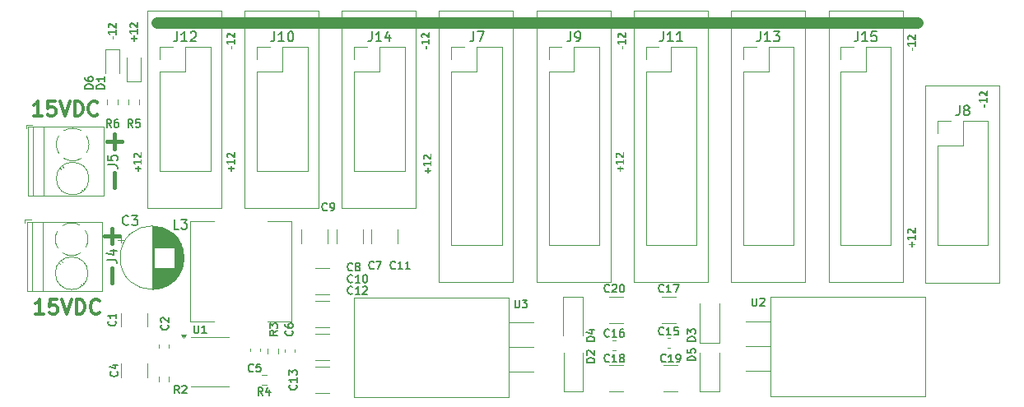
<source format=gbr>
%TF.GenerationSoftware,KiCad,Pcbnew,8.0.0*%
%TF.CreationDate,2024-09-10T09:18:46-07:00*%
%TF.ProjectId,power_v2,706f7765-725f-4763-922e-6b696361645f,rev?*%
%TF.SameCoordinates,Original*%
%TF.FileFunction,Legend,Top*%
%TF.FilePolarity,Positive*%
%FSLAX46Y46*%
G04 Gerber Fmt 4.6, Leading zero omitted, Abs format (unit mm)*
G04 Created by KiCad (PCBNEW 8.0.0) date 2024-09-10 09:18:46*
%MOMM*%
%LPD*%
G01*
G04 APERTURE LIST*
%ADD10C,0.100000*%
%ADD11C,1.200000*%
%ADD12C,0.200000*%
%ADD13C,0.300000*%
%ADD14C,0.400000*%
%ADD15C,0.150000*%
%ADD16C,0.120000*%
G04 APERTURE END LIST*
D10*
X152400000Y-75000000D02*
X160020000Y-75000000D01*
X160020000Y-102940000D01*
X152400000Y-102940000D01*
X152400000Y-75000000D01*
D11*
X113400000Y-76200000D02*
X191600000Y-76200000D01*
D10*
X122400000Y-75000000D02*
X130020000Y-75000000D01*
X130020000Y-95320000D01*
X122400000Y-95320000D01*
X122400000Y-75000000D01*
X162400000Y-75000000D02*
X170020000Y-75000000D01*
X170020000Y-102940000D01*
X162400000Y-102940000D01*
X162400000Y-75000000D01*
X142400000Y-75000000D02*
X150020000Y-75000000D01*
X150020000Y-102940000D01*
X142400000Y-102940000D01*
X142400000Y-75000000D01*
X192400000Y-82700000D02*
X200020000Y-82700000D01*
X200020000Y-103020000D01*
X192400000Y-103020000D01*
X192400000Y-82700000D01*
X172400000Y-75000000D02*
X180020000Y-75000000D01*
X180020000Y-102940000D01*
X172400000Y-102940000D01*
X172400000Y-75000000D01*
X132400000Y-74940000D02*
X140020000Y-74940000D01*
X140020000Y-95260000D01*
X132400000Y-95260000D01*
X132400000Y-74940000D01*
X112400000Y-75000000D02*
X120020000Y-75000000D01*
X120020000Y-95320000D01*
X112400000Y-95320000D01*
X112400000Y-75000000D01*
X182480000Y-75000000D02*
X190100000Y-75000000D01*
X190100000Y-102940000D01*
X182480000Y-102940000D01*
X182480000Y-75000000D01*
D12*
G36*
X161277557Y-78609699D02*
G01*
X161326214Y-78614698D01*
X161333000Y-78617271D01*
X161348632Y-78641207D01*
X161348632Y-78927215D01*
X161332756Y-78951884D01*
X161282352Y-78959426D01*
X161277557Y-78959455D01*
X161228083Y-78953658D01*
X161223824Y-78951884D01*
X161207948Y-78927215D01*
X161207948Y-78641207D01*
X161211367Y-78627285D01*
X161223091Y-78617271D01*
X161244829Y-78611409D01*
X161277557Y-78609699D01*
G37*
G36*
X161560635Y-77923621D02*
G01*
X161593607Y-77925819D01*
X161615101Y-77931681D01*
X161626580Y-77940230D01*
X161630000Y-77950976D01*
X161630000Y-78441416D01*
X161626580Y-78451919D01*
X161615101Y-78460467D01*
X161593607Y-78466329D01*
X161560635Y-78468283D01*
X161527173Y-78466573D01*
X161505191Y-78461200D01*
X161493224Y-78452651D01*
X161489316Y-78441416D01*
X161489316Y-78276064D01*
X160910949Y-78276064D01*
X160989106Y-78418946D01*
X160998387Y-78444836D01*
X160994235Y-78460467D01*
X160974452Y-78468527D01*
X160934884Y-78470481D01*
X160908506Y-78469748D01*
X160890676Y-78466329D01*
X160878464Y-78459002D01*
X160868450Y-78445812D01*
X160747794Y-78254815D01*
X160743398Y-78246266D01*
X160740711Y-78232833D01*
X160739490Y-78211095D01*
X160739002Y-78176413D01*
X160739979Y-78134159D01*
X160743398Y-78109979D01*
X160749993Y-78098988D01*
X160760251Y-78096057D01*
X161489316Y-78096057D01*
X161489316Y-77951221D01*
X161493224Y-77939741D01*
X161505191Y-77930949D01*
X161527173Y-77925331D01*
X161560635Y-77923621D01*
G37*
G36*
X161559413Y-77206036D02*
G01*
X161592142Y-77207745D01*
X161614124Y-77212875D01*
X161626336Y-77221912D01*
X161630000Y-77234124D01*
X161630000Y-77745324D01*
X161627313Y-77771214D01*
X161617055Y-77789288D01*
X161594584Y-77799302D01*
X161556727Y-77802233D01*
X161518869Y-77800279D01*
X161491025Y-77792707D01*
X161466845Y-77778541D01*
X161441200Y-77756315D01*
X161268764Y-77602442D01*
X161231279Y-77568076D01*
X161191534Y-77535737D01*
X161181570Y-77528436D01*
X161139297Y-77500581D01*
X161109518Y-77484473D01*
X161063448Y-77466292D01*
X161049434Y-77462735D01*
X161000505Y-77456896D01*
X160997411Y-77456873D01*
X160951737Y-77464200D01*
X160914124Y-77485450D01*
X160888967Y-77520865D01*
X160879695Y-77569141D01*
X160879685Y-77570935D01*
X160883788Y-77620152D01*
X160889211Y-77642742D01*
X160906302Y-77688546D01*
X160910704Y-77697697D01*
X160932442Y-77737264D01*
X160942212Y-77761933D01*
X160938304Y-77772435D01*
X160925359Y-77779762D01*
X160900690Y-77784159D01*
X160863077Y-77785868D01*
X160837920Y-77784891D01*
X160820334Y-77781960D01*
X160807145Y-77776343D01*
X160793712Y-77764375D01*
X160773928Y-77732623D01*
X160754016Y-77686230D01*
X160750481Y-77675959D01*
X160736992Y-77628775D01*
X160731186Y-77601709D01*
X160724660Y-77552357D01*
X160723370Y-77517201D01*
X160725843Y-77467650D01*
X160734979Y-77416092D01*
X160740956Y-77396057D01*
X160760447Y-77351202D01*
X160789804Y-77309839D01*
X160828685Y-77276660D01*
X160864054Y-77258548D01*
X160911589Y-77245398D01*
X160956622Y-77241695D01*
X161008022Y-77244623D01*
X161042595Y-77250000D01*
X161092218Y-77264983D01*
X161133698Y-77284438D01*
X161178451Y-77311252D01*
X161220010Y-77340859D01*
X161241898Y-77357955D01*
X161280700Y-77390575D01*
X161318803Y-77425072D01*
X161355203Y-77459823D01*
X161379162Y-77483496D01*
X161489316Y-77587299D01*
X161489316Y-77237055D01*
X161493224Y-77224354D01*
X161505436Y-77214340D01*
X161527418Y-77208234D01*
X161559413Y-77206036D01*
G37*
G36*
X111031395Y-77534926D02*
G01*
X111064856Y-77537124D01*
X111086594Y-77543230D01*
X111098318Y-77553000D01*
X111101737Y-77564480D01*
X111101737Y-77778192D01*
X111338164Y-77778192D01*
X111350376Y-77781612D01*
X111359413Y-77793335D01*
X111365519Y-77815317D01*
X111367473Y-77849755D01*
X111365519Y-77884193D01*
X111359413Y-77906175D01*
X111350376Y-77918143D01*
X111338164Y-77921807D01*
X111101737Y-77921807D01*
X111101737Y-78134787D01*
X111098318Y-78146266D01*
X111086594Y-78155547D01*
X111064856Y-78161898D01*
X111031395Y-78164340D01*
X110998422Y-78162386D01*
X110976441Y-78156524D01*
X110964717Y-78147976D01*
X110961053Y-78136741D01*
X110961053Y-77921807D01*
X110725847Y-77921807D01*
X110713147Y-77918143D01*
X110703377Y-77906175D01*
X110697515Y-77884193D01*
X110695317Y-77849755D01*
X110697515Y-77815317D01*
X110703377Y-77793335D01*
X110713147Y-77781612D01*
X110725847Y-77778192D01*
X110961053Y-77778192D01*
X110961053Y-77562526D01*
X110964717Y-77551779D01*
X110976441Y-77542986D01*
X110998422Y-77537124D01*
X111031395Y-77534926D01*
G37*
G36*
X111360635Y-76854954D02*
G01*
X111393607Y-76857152D01*
X111415101Y-76863014D01*
X111426580Y-76871563D01*
X111430000Y-76882309D01*
X111430000Y-77372749D01*
X111426580Y-77383251D01*
X111415101Y-77391800D01*
X111393607Y-77397662D01*
X111360635Y-77399616D01*
X111327173Y-77397906D01*
X111305191Y-77392533D01*
X111293224Y-77383984D01*
X111289316Y-77372749D01*
X111289316Y-77207397D01*
X110710949Y-77207397D01*
X110789106Y-77350279D01*
X110798387Y-77376168D01*
X110794235Y-77391800D01*
X110774452Y-77399860D01*
X110734884Y-77401814D01*
X110708506Y-77401081D01*
X110690676Y-77397662D01*
X110678464Y-77390334D01*
X110668450Y-77377145D01*
X110547794Y-77186147D01*
X110543398Y-77177599D01*
X110540711Y-77164166D01*
X110539490Y-77142428D01*
X110539002Y-77107745D01*
X110539979Y-77065491D01*
X110543398Y-77041311D01*
X110549993Y-77030321D01*
X110560251Y-77027390D01*
X111289316Y-77027390D01*
X111289316Y-76882554D01*
X111293224Y-76871074D01*
X111305191Y-76862281D01*
X111327173Y-76856664D01*
X111360635Y-76854954D01*
G37*
G36*
X111359413Y-76137369D02*
G01*
X111392142Y-76139078D01*
X111414124Y-76144207D01*
X111426336Y-76153244D01*
X111430000Y-76165457D01*
X111430000Y-76676657D01*
X111427313Y-76702547D01*
X111417055Y-76720621D01*
X111394584Y-76730635D01*
X111356727Y-76733565D01*
X111318869Y-76731612D01*
X111291025Y-76724040D01*
X111266845Y-76709874D01*
X111241200Y-76687648D01*
X111068764Y-76533775D01*
X111031279Y-76499409D01*
X110991534Y-76467070D01*
X110981570Y-76459769D01*
X110939297Y-76431914D01*
X110909518Y-76415806D01*
X110863448Y-76397625D01*
X110849434Y-76394068D01*
X110800505Y-76388229D01*
X110797411Y-76388206D01*
X110751737Y-76395533D01*
X110714124Y-76416782D01*
X110688967Y-76452198D01*
X110679695Y-76500474D01*
X110679685Y-76502267D01*
X110683788Y-76551485D01*
X110689211Y-76574075D01*
X110706302Y-76619879D01*
X110710704Y-76629030D01*
X110732442Y-76668597D01*
X110742212Y-76693265D01*
X110738304Y-76703768D01*
X110725359Y-76711095D01*
X110700690Y-76715491D01*
X110663077Y-76717201D01*
X110637920Y-76716224D01*
X110620334Y-76713293D01*
X110607145Y-76707676D01*
X110593712Y-76695708D01*
X110573928Y-76663956D01*
X110554016Y-76617562D01*
X110550481Y-76607292D01*
X110536992Y-76560108D01*
X110531186Y-76533042D01*
X110524660Y-76483690D01*
X110523370Y-76448534D01*
X110525843Y-76398983D01*
X110534979Y-76347425D01*
X110540956Y-76327390D01*
X110560447Y-76282535D01*
X110589804Y-76241172D01*
X110628685Y-76207993D01*
X110664054Y-76189881D01*
X110711589Y-76176731D01*
X110756622Y-76173028D01*
X110808022Y-76175956D01*
X110842595Y-76181332D01*
X110892218Y-76196316D01*
X110933698Y-76215771D01*
X110978451Y-76242585D01*
X111020010Y-76272192D01*
X111041898Y-76289288D01*
X111080700Y-76321907D01*
X111118803Y-76356404D01*
X111155203Y-76391156D01*
X111179162Y-76414829D01*
X111289316Y-76518632D01*
X111289316Y-76168387D01*
X111293224Y-76155687D01*
X111305436Y-76145673D01*
X111327418Y-76139567D01*
X111359413Y-76137369D01*
G37*
D13*
X101740225Y-106200828D02*
X100883082Y-106200828D01*
X101311653Y-106200828D02*
X101311653Y-104700828D01*
X101311653Y-104700828D02*
X101168796Y-104915114D01*
X101168796Y-104915114D02*
X101025939Y-105057971D01*
X101025939Y-105057971D02*
X100883082Y-105129400D01*
X103097367Y-104700828D02*
X102383081Y-104700828D01*
X102383081Y-104700828D02*
X102311653Y-105415114D01*
X102311653Y-105415114D02*
X102383081Y-105343685D01*
X102383081Y-105343685D02*
X102525939Y-105272257D01*
X102525939Y-105272257D02*
X102883081Y-105272257D01*
X102883081Y-105272257D02*
X103025939Y-105343685D01*
X103025939Y-105343685D02*
X103097367Y-105415114D01*
X103097367Y-105415114D02*
X103168796Y-105557971D01*
X103168796Y-105557971D02*
X103168796Y-105915114D01*
X103168796Y-105915114D02*
X103097367Y-106057971D01*
X103097367Y-106057971D02*
X103025939Y-106129400D01*
X103025939Y-106129400D02*
X102883081Y-106200828D01*
X102883081Y-106200828D02*
X102525939Y-106200828D01*
X102525939Y-106200828D02*
X102383081Y-106129400D01*
X102383081Y-106129400D02*
X102311653Y-106057971D01*
X103597367Y-104700828D02*
X104097367Y-106200828D01*
X104097367Y-106200828D02*
X104597367Y-104700828D01*
X105097366Y-106200828D02*
X105097366Y-104700828D01*
X105097366Y-104700828D02*
X105454509Y-104700828D01*
X105454509Y-104700828D02*
X105668795Y-104772257D01*
X105668795Y-104772257D02*
X105811652Y-104915114D01*
X105811652Y-104915114D02*
X105883081Y-105057971D01*
X105883081Y-105057971D02*
X105954509Y-105343685D01*
X105954509Y-105343685D02*
X105954509Y-105557971D01*
X105954509Y-105557971D02*
X105883081Y-105843685D01*
X105883081Y-105843685D02*
X105811652Y-105986542D01*
X105811652Y-105986542D02*
X105668795Y-106129400D01*
X105668795Y-106129400D02*
X105454509Y-106200828D01*
X105454509Y-106200828D02*
X105097366Y-106200828D01*
X107454509Y-106057971D02*
X107383081Y-106129400D01*
X107383081Y-106129400D02*
X107168795Y-106200828D01*
X107168795Y-106200828D02*
X107025938Y-106200828D01*
X107025938Y-106200828D02*
X106811652Y-106129400D01*
X106811652Y-106129400D02*
X106668795Y-105986542D01*
X106668795Y-105986542D02*
X106597366Y-105843685D01*
X106597366Y-105843685D02*
X106525938Y-105557971D01*
X106525938Y-105557971D02*
X106525938Y-105343685D01*
X106525938Y-105343685D02*
X106597366Y-105057971D01*
X106597366Y-105057971D02*
X106668795Y-104915114D01*
X106668795Y-104915114D02*
X106811652Y-104772257D01*
X106811652Y-104772257D02*
X107025938Y-104700828D01*
X107025938Y-104700828D02*
X107168795Y-104700828D01*
X107168795Y-104700828D02*
X107383081Y-104772257D01*
X107383081Y-104772257D02*
X107454509Y-104843685D01*
D12*
G36*
X111431395Y-90934926D02*
G01*
X111464856Y-90937124D01*
X111486594Y-90943230D01*
X111498318Y-90953000D01*
X111501737Y-90964480D01*
X111501737Y-91178192D01*
X111738164Y-91178192D01*
X111750376Y-91181612D01*
X111759413Y-91193335D01*
X111765519Y-91215317D01*
X111767473Y-91249755D01*
X111765519Y-91284193D01*
X111759413Y-91306175D01*
X111750376Y-91318143D01*
X111738164Y-91321807D01*
X111501737Y-91321807D01*
X111501737Y-91534787D01*
X111498318Y-91546266D01*
X111486594Y-91555547D01*
X111464856Y-91561898D01*
X111431395Y-91564340D01*
X111398422Y-91562386D01*
X111376441Y-91556524D01*
X111364717Y-91547976D01*
X111361053Y-91536741D01*
X111361053Y-91321807D01*
X111125847Y-91321807D01*
X111113147Y-91318143D01*
X111103377Y-91306175D01*
X111097515Y-91284193D01*
X111095317Y-91249755D01*
X111097515Y-91215317D01*
X111103377Y-91193335D01*
X111113147Y-91181612D01*
X111125847Y-91178192D01*
X111361053Y-91178192D01*
X111361053Y-90962526D01*
X111364717Y-90951779D01*
X111376441Y-90942986D01*
X111398422Y-90937124D01*
X111431395Y-90934926D01*
G37*
G36*
X111760635Y-90254954D02*
G01*
X111793607Y-90257152D01*
X111815101Y-90263014D01*
X111826580Y-90271563D01*
X111830000Y-90282309D01*
X111830000Y-90772749D01*
X111826580Y-90783251D01*
X111815101Y-90791800D01*
X111793607Y-90797662D01*
X111760635Y-90799616D01*
X111727173Y-90797906D01*
X111705191Y-90792533D01*
X111693224Y-90783984D01*
X111689316Y-90772749D01*
X111689316Y-90607397D01*
X111110949Y-90607397D01*
X111189106Y-90750279D01*
X111198387Y-90776168D01*
X111194235Y-90791800D01*
X111174452Y-90799860D01*
X111134884Y-90801814D01*
X111108506Y-90801081D01*
X111090676Y-90797662D01*
X111078464Y-90790334D01*
X111068450Y-90777145D01*
X110947794Y-90586147D01*
X110943398Y-90577599D01*
X110940711Y-90564166D01*
X110939490Y-90542428D01*
X110939002Y-90507745D01*
X110939979Y-90465491D01*
X110943398Y-90441311D01*
X110949993Y-90430321D01*
X110960251Y-90427390D01*
X111689316Y-90427390D01*
X111689316Y-90282554D01*
X111693224Y-90271074D01*
X111705191Y-90262281D01*
X111727173Y-90256664D01*
X111760635Y-90254954D01*
G37*
G36*
X111759413Y-89537369D02*
G01*
X111792142Y-89539078D01*
X111814124Y-89544207D01*
X111826336Y-89553244D01*
X111830000Y-89565457D01*
X111830000Y-90076657D01*
X111827313Y-90102547D01*
X111817055Y-90120621D01*
X111794584Y-90130635D01*
X111756727Y-90133565D01*
X111718869Y-90131612D01*
X111691025Y-90124040D01*
X111666845Y-90109874D01*
X111641200Y-90087648D01*
X111468764Y-89933775D01*
X111431279Y-89899409D01*
X111391534Y-89867070D01*
X111381570Y-89859769D01*
X111339297Y-89831914D01*
X111309518Y-89815806D01*
X111263448Y-89797625D01*
X111249434Y-89794068D01*
X111200505Y-89788229D01*
X111197411Y-89788206D01*
X111151737Y-89795533D01*
X111114124Y-89816782D01*
X111088967Y-89852198D01*
X111079695Y-89900474D01*
X111079685Y-89902267D01*
X111083788Y-89951485D01*
X111089211Y-89974075D01*
X111106302Y-90019879D01*
X111110704Y-90029030D01*
X111132442Y-90068597D01*
X111142212Y-90093265D01*
X111138304Y-90103768D01*
X111125359Y-90111095D01*
X111100690Y-90115491D01*
X111063077Y-90117201D01*
X111037920Y-90116224D01*
X111020334Y-90113293D01*
X111007145Y-90107676D01*
X110993712Y-90095708D01*
X110973928Y-90063956D01*
X110954016Y-90017562D01*
X110950481Y-90007292D01*
X110936992Y-89960108D01*
X110931186Y-89933042D01*
X110924660Y-89883690D01*
X110923370Y-89848534D01*
X110925843Y-89798983D01*
X110934979Y-89747425D01*
X110940956Y-89727390D01*
X110960447Y-89682535D01*
X110989804Y-89641172D01*
X111028685Y-89607993D01*
X111064054Y-89589881D01*
X111111589Y-89576731D01*
X111156622Y-89573028D01*
X111208022Y-89575956D01*
X111242595Y-89581332D01*
X111292218Y-89596316D01*
X111333698Y-89615771D01*
X111378451Y-89642585D01*
X111420010Y-89672192D01*
X111441898Y-89689288D01*
X111480700Y-89721907D01*
X111518803Y-89756404D01*
X111555203Y-89791156D01*
X111579162Y-89814829D01*
X111689316Y-89918632D01*
X111689316Y-89568387D01*
X111693224Y-89555687D01*
X111705436Y-89545673D01*
X111727418Y-89539567D01*
X111759413Y-89537369D01*
G37*
G36*
X198477557Y-84609699D02*
G01*
X198526214Y-84614698D01*
X198533000Y-84617271D01*
X198548632Y-84641207D01*
X198548632Y-84927215D01*
X198532756Y-84951884D01*
X198482352Y-84959426D01*
X198477557Y-84959455D01*
X198428083Y-84953658D01*
X198423824Y-84951884D01*
X198407948Y-84927215D01*
X198407948Y-84641207D01*
X198411367Y-84627285D01*
X198423091Y-84617271D01*
X198444829Y-84611409D01*
X198477557Y-84609699D01*
G37*
G36*
X198760635Y-83923621D02*
G01*
X198793607Y-83925819D01*
X198815101Y-83931681D01*
X198826580Y-83940230D01*
X198830000Y-83950976D01*
X198830000Y-84441416D01*
X198826580Y-84451919D01*
X198815101Y-84460467D01*
X198793607Y-84466329D01*
X198760635Y-84468283D01*
X198727173Y-84466573D01*
X198705191Y-84461200D01*
X198693224Y-84452651D01*
X198689316Y-84441416D01*
X198689316Y-84276064D01*
X198110949Y-84276064D01*
X198189106Y-84418946D01*
X198198387Y-84444836D01*
X198194235Y-84460467D01*
X198174452Y-84468527D01*
X198134884Y-84470481D01*
X198108506Y-84469748D01*
X198090676Y-84466329D01*
X198078464Y-84459002D01*
X198068450Y-84445812D01*
X197947794Y-84254815D01*
X197943398Y-84246266D01*
X197940711Y-84232833D01*
X197939490Y-84211095D01*
X197939002Y-84176413D01*
X197939979Y-84134159D01*
X197943398Y-84109979D01*
X197949993Y-84098988D01*
X197960251Y-84096057D01*
X198689316Y-84096057D01*
X198689316Y-83951221D01*
X198693224Y-83939741D01*
X198705191Y-83930949D01*
X198727173Y-83925331D01*
X198760635Y-83923621D01*
G37*
G36*
X198759413Y-83206036D02*
G01*
X198792142Y-83207745D01*
X198814124Y-83212875D01*
X198826336Y-83221912D01*
X198830000Y-83234124D01*
X198830000Y-83745324D01*
X198827313Y-83771214D01*
X198817055Y-83789288D01*
X198794584Y-83799302D01*
X198756727Y-83802233D01*
X198718869Y-83800279D01*
X198691025Y-83792707D01*
X198666845Y-83778541D01*
X198641200Y-83756315D01*
X198468764Y-83602442D01*
X198431279Y-83568076D01*
X198391534Y-83535737D01*
X198381570Y-83528436D01*
X198339297Y-83500581D01*
X198309518Y-83484473D01*
X198263448Y-83466292D01*
X198249434Y-83462735D01*
X198200505Y-83456896D01*
X198197411Y-83456873D01*
X198151737Y-83464200D01*
X198114124Y-83485450D01*
X198088967Y-83520865D01*
X198079695Y-83569141D01*
X198079685Y-83570935D01*
X198083788Y-83620152D01*
X198089211Y-83642742D01*
X198106302Y-83688546D01*
X198110704Y-83697697D01*
X198132442Y-83737264D01*
X198142212Y-83761933D01*
X198138304Y-83772435D01*
X198125359Y-83779762D01*
X198100690Y-83784159D01*
X198063077Y-83785868D01*
X198037920Y-83784891D01*
X198020334Y-83781960D01*
X198007145Y-83776343D01*
X197993712Y-83764375D01*
X197973928Y-83732623D01*
X197954016Y-83686230D01*
X197950481Y-83675959D01*
X197936992Y-83628775D01*
X197931186Y-83601709D01*
X197924660Y-83552357D01*
X197923370Y-83517201D01*
X197925843Y-83467650D01*
X197934979Y-83416092D01*
X197940956Y-83396057D01*
X197960447Y-83351202D01*
X197989804Y-83309839D01*
X198028685Y-83276660D01*
X198064054Y-83258548D01*
X198111589Y-83245398D01*
X198156622Y-83241695D01*
X198208022Y-83244623D01*
X198242595Y-83250000D01*
X198292218Y-83264983D01*
X198333698Y-83284438D01*
X198378451Y-83311252D01*
X198420010Y-83340859D01*
X198441898Y-83357955D01*
X198480700Y-83390575D01*
X198518803Y-83425072D01*
X198555203Y-83459823D01*
X198579162Y-83483496D01*
X198689316Y-83587299D01*
X198689316Y-83237055D01*
X198693224Y-83224354D01*
X198705436Y-83214340D01*
X198727418Y-83208234D01*
X198759413Y-83206036D01*
G37*
G36*
X161031395Y-90934926D02*
G01*
X161064856Y-90937124D01*
X161086594Y-90943230D01*
X161098318Y-90953000D01*
X161101737Y-90964480D01*
X161101737Y-91178192D01*
X161338164Y-91178192D01*
X161350376Y-91181612D01*
X161359413Y-91193335D01*
X161365519Y-91215317D01*
X161367473Y-91249755D01*
X161365519Y-91284193D01*
X161359413Y-91306175D01*
X161350376Y-91318143D01*
X161338164Y-91321807D01*
X161101737Y-91321807D01*
X161101737Y-91534787D01*
X161098318Y-91546266D01*
X161086594Y-91555547D01*
X161064856Y-91561898D01*
X161031395Y-91564340D01*
X160998422Y-91562386D01*
X160976441Y-91556524D01*
X160964717Y-91547976D01*
X160961053Y-91536741D01*
X160961053Y-91321807D01*
X160725847Y-91321807D01*
X160713147Y-91318143D01*
X160703377Y-91306175D01*
X160697515Y-91284193D01*
X160695317Y-91249755D01*
X160697515Y-91215317D01*
X160703377Y-91193335D01*
X160713147Y-91181612D01*
X160725847Y-91178192D01*
X160961053Y-91178192D01*
X160961053Y-90962526D01*
X160964717Y-90951779D01*
X160976441Y-90942986D01*
X160998422Y-90937124D01*
X161031395Y-90934926D01*
G37*
G36*
X161360635Y-90254954D02*
G01*
X161393607Y-90257152D01*
X161415101Y-90263014D01*
X161426580Y-90271563D01*
X161430000Y-90282309D01*
X161430000Y-90772749D01*
X161426580Y-90783251D01*
X161415101Y-90791800D01*
X161393607Y-90797662D01*
X161360635Y-90799616D01*
X161327173Y-90797906D01*
X161305191Y-90792533D01*
X161293224Y-90783984D01*
X161289316Y-90772749D01*
X161289316Y-90607397D01*
X160710949Y-90607397D01*
X160789106Y-90750279D01*
X160798387Y-90776168D01*
X160794235Y-90791800D01*
X160774452Y-90799860D01*
X160734884Y-90801814D01*
X160708506Y-90801081D01*
X160690676Y-90797662D01*
X160678464Y-90790334D01*
X160668450Y-90777145D01*
X160547794Y-90586147D01*
X160543398Y-90577599D01*
X160540711Y-90564166D01*
X160539490Y-90542428D01*
X160539002Y-90507745D01*
X160539979Y-90465491D01*
X160543398Y-90441311D01*
X160549993Y-90430321D01*
X160560251Y-90427390D01*
X161289316Y-90427390D01*
X161289316Y-90282554D01*
X161293224Y-90271074D01*
X161305191Y-90262281D01*
X161327173Y-90256664D01*
X161360635Y-90254954D01*
G37*
G36*
X161359413Y-89537369D02*
G01*
X161392142Y-89539078D01*
X161414124Y-89544207D01*
X161426336Y-89553244D01*
X161430000Y-89565457D01*
X161430000Y-90076657D01*
X161427313Y-90102547D01*
X161417055Y-90120621D01*
X161394584Y-90130635D01*
X161356727Y-90133565D01*
X161318869Y-90131612D01*
X161291025Y-90124040D01*
X161266845Y-90109874D01*
X161241200Y-90087648D01*
X161068764Y-89933775D01*
X161031279Y-89899409D01*
X160991534Y-89867070D01*
X160981570Y-89859769D01*
X160939297Y-89831914D01*
X160909518Y-89815806D01*
X160863448Y-89797625D01*
X160849434Y-89794068D01*
X160800505Y-89788229D01*
X160797411Y-89788206D01*
X160751737Y-89795533D01*
X160714124Y-89816782D01*
X160688967Y-89852198D01*
X160679695Y-89900474D01*
X160679685Y-89902267D01*
X160683788Y-89951485D01*
X160689211Y-89974075D01*
X160706302Y-90019879D01*
X160710704Y-90029030D01*
X160732442Y-90068597D01*
X160742212Y-90093265D01*
X160738304Y-90103768D01*
X160725359Y-90111095D01*
X160700690Y-90115491D01*
X160663077Y-90117201D01*
X160637920Y-90116224D01*
X160620334Y-90113293D01*
X160607145Y-90107676D01*
X160593712Y-90095708D01*
X160573928Y-90063956D01*
X160554016Y-90017562D01*
X160550481Y-90007292D01*
X160536992Y-89960108D01*
X160531186Y-89933042D01*
X160524660Y-89883690D01*
X160523370Y-89848534D01*
X160525843Y-89798983D01*
X160534979Y-89747425D01*
X160540956Y-89727390D01*
X160560447Y-89682535D01*
X160589804Y-89641172D01*
X160628685Y-89607993D01*
X160664054Y-89589881D01*
X160711589Y-89576731D01*
X160756622Y-89573028D01*
X160808022Y-89575956D01*
X160842595Y-89581332D01*
X160892218Y-89596316D01*
X160933698Y-89615771D01*
X160978451Y-89642585D01*
X161020010Y-89672192D01*
X161041898Y-89689288D01*
X161080700Y-89721907D01*
X161118803Y-89756404D01*
X161155203Y-89791156D01*
X161179162Y-89814829D01*
X161289316Y-89918632D01*
X161289316Y-89568387D01*
X161293224Y-89555687D01*
X161305436Y-89545673D01*
X161327418Y-89539567D01*
X161359413Y-89537369D01*
G37*
G36*
X141231395Y-91134926D02*
G01*
X141264856Y-91137124D01*
X141286594Y-91143230D01*
X141298318Y-91153000D01*
X141301737Y-91164480D01*
X141301737Y-91378192D01*
X141538164Y-91378192D01*
X141550376Y-91381612D01*
X141559413Y-91393335D01*
X141565519Y-91415317D01*
X141567473Y-91449755D01*
X141565519Y-91484193D01*
X141559413Y-91506175D01*
X141550376Y-91518143D01*
X141538164Y-91521807D01*
X141301737Y-91521807D01*
X141301737Y-91734787D01*
X141298318Y-91746266D01*
X141286594Y-91755547D01*
X141264856Y-91761898D01*
X141231395Y-91764340D01*
X141198422Y-91762386D01*
X141176441Y-91756524D01*
X141164717Y-91747976D01*
X141161053Y-91736741D01*
X141161053Y-91521807D01*
X140925847Y-91521807D01*
X140913147Y-91518143D01*
X140903377Y-91506175D01*
X140897515Y-91484193D01*
X140895317Y-91449755D01*
X140897515Y-91415317D01*
X140903377Y-91393335D01*
X140913147Y-91381612D01*
X140925847Y-91378192D01*
X141161053Y-91378192D01*
X141161053Y-91162526D01*
X141164717Y-91151779D01*
X141176441Y-91142986D01*
X141198422Y-91137124D01*
X141231395Y-91134926D01*
G37*
G36*
X141560635Y-90454954D02*
G01*
X141593607Y-90457152D01*
X141615101Y-90463014D01*
X141626580Y-90471563D01*
X141630000Y-90482309D01*
X141630000Y-90972749D01*
X141626580Y-90983251D01*
X141615101Y-90991800D01*
X141593607Y-90997662D01*
X141560635Y-90999616D01*
X141527173Y-90997906D01*
X141505191Y-90992533D01*
X141493224Y-90983984D01*
X141489316Y-90972749D01*
X141489316Y-90807397D01*
X140910949Y-90807397D01*
X140989106Y-90950279D01*
X140998387Y-90976168D01*
X140994235Y-90991800D01*
X140974452Y-90999860D01*
X140934884Y-91001814D01*
X140908506Y-91001081D01*
X140890676Y-90997662D01*
X140878464Y-90990334D01*
X140868450Y-90977145D01*
X140747794Y-90786147D01*
X140743398Y-90777599D01*
X140740711Y-90764166D01*
X140739490Y-90742428D01*
X140739002Y-90707745D01*
X140739979Y-90665491D01*
X140743398Y-90641311D01*
X140749993Y-90630321D01*
X140760251Y-90627390D01*
X141489316Y-90627390D01*
X141489316Y-90482554D01*
X141493224Y-90471074D01*
X141505191Y-90462281D01*
X141527173Y-90456664D01*
X141560635Y-90454954D01*
G37*
G36*
X141559413Y-89737369D02*
G01*
X141592142Y-89739078D01*
X141614124Y-89744207D01*
X141626336Y-89753244D01*
X141630000Y-89765457D01*
X141630000Y-90276657D01*
X141627313Y-90302547D01*
X141617055Y-90320621D01*
X141594584Y-90330635D01*
X141556727Y-90333565D01*
X141518869Y-90331612D01*
X141491025Y-90324040D01*
X141466845Y-90309874D01*
X141441200Y-90287648D01*
X141268764Y-90133775D01*
X141231279Y-90099409D01*
X141191534Y-90067070D01*
X141181570Y-90059769D01*
X141139297Y-90031914D01*
X141109518Y-90015806D01*
X141063448Y-89997625D01*
X141049434Y-89994068D01*
X141000505Y-89988229D01*
X140997411Y-89988206D01*
X140951737Y-89995533D01*
X140914124Y-90016782D01*
X140888967Y-90052198D01*
X140879695Y-90100474D01*
X140879685Y-90102267D01*
X140883788Y-90151485D01*
X140889211Y-90174075D01*
X140906302Y-90219879D01*
X140910704Y-90229030D01*
X140932442Y-90268597D01*
X140942212Y-90293265D01*
X140938304Y-90303768D01*
X140925359Y-90311095D01*
X140900690Y-90315491D01*
X140863077Y-90317201D01*
X140837920Y-90316224D01*
X140820334Y-90313293D01*
X140807145Y-90307676D01*
X140793712Y-90295708D01*
X140773928Y-90263956D01*
X140754016Y-90217562D01*
X140750481Y-90207292D01*
X140736992Y-90160108D01*
X140731186Y-90133042D01*
X140724660Y-90083690D01*
X140723370Y-90048534D01*
X140725843Y-89998983D01*
X140734979Y-89947425D01*
X140740956Y-89927390D01*
X140760447Y-89882535D01*
X140789804Y-89841172D01*
X140828685Y-89807993D01*
X140864054Y-89789881D01*
X140911589Y-89776731D01*
X140956622Y-89773028D01*
X141008022Y-89775956D01*
X141042595Y-89781332D01*
X141092218Y-89796316D01*
X141133698Y-89815771D01*
X141178451Y-89842585D01*
X141220010Y-89872192D01*
X141241898Y-89889288D01*
X141280700Y-89921907D01*
X141318803Y-89956404D01*
X141355203Y-89991156D01*
X141379162Y-90014829D01*
X141489316Y-90118632D01*
X141489316Y-89768387D01*
X141493224Y-89755687D01*
X141505436Y-89745673D01*
X141527418Y-89739567D01*
X141559413Y-89737369D01*
G37*
G36*
X121031395Y-90934926D02*
G01*
X121064856Y-90937124D01*
X121086594Y-90943230D01*
X121098318Y-90953000D01*
X121101737Y-90964480D01*
X121101737Y-91178192D01*
X121338164Y-91178192D01*
X121350376Y-91181612D01*
X121359413Y-91193335D01*
X121365519Y-91215317D01*
X121367473Y-91249755D01*
X121365519Y-91284193D01*
X121359413Y-91306175D01*
X121350376Y-91318143D01*
X121338164Y-91321807D01*
X121101737Y-91321807D01*
X121101737Y-91534787D01*
X121098318Y-91546266D01*
X121086594Y-91555547D01*
X121064856Y-91561898D01*
X121031395Y-91564340D01*
X120998422Y-91562386D01*
X120976441Y-91556524D01*
X120964717Y-91547976D01*
X120961053Y-91536741D01*
X120961053Y-91321807D01*
X120725847Y-91321807D01*
X120713147Y-91318143D01*
X120703377Y-91306175D01*
X120697515Y-91284193D01*
X120695317Y-91249755D01*
X120697515Y-91215317D01*
X120703377Y-91193335D01*
X120713147Y-91181612D01*
X120725847Y-91178192D01*
X120961053Y-91178192D01*
X120961053Y-90962526D01*
X120964717Y-90951779D01*
X120976441Y-90942986D01*
X120998422Y-90937124D01*
X121031395Y-90934926D01*
G37*
G36*
X121360635Y-90254954D02*
G01*
X121393607Y-90257152D01*
X121415101Y-90263014D01*
X121426580Y-90271563D01*
X121430000Y-90282309D01*
X121430000Y-90772749D01*
X121426580Y-90783251D01*
X121415101Y-90791800D01*
X121393607Y-90797662D01*
X121360635Y-90799616D01*
X121327173Y-90797906D01*
X121305191Y-90792533D01*
X121293224Y-90783984D01*
X121289316Y-90772749D01*
X121289316Y-90607397D01*
X120710949Y-90607397D01*
X120789106Y-90750279D01*
X120798387Y-90776168D01*
X120794235Y-90791800D01*
X120774452Y-90799860D01*
X120734884Y-90801814D01*
X120708506Y-90801081D01*
X120690676Y-90797662D01*
X120678464Y-90790334D01*
X120668450Y-90777145D01*
X120547794Y-90586147D01*
X120543398Y-90577599D01*
X120540711Y-90564166D01*
X120539490Y-90542428D01*
X120539002Y-90507745D01*
X120539979Y-90465491D01*
X120543398Y-90441311D01*
X120549993Y-90430321D01*
X120560251Y-90427390D01*
X121289316Y-90427390D01*
X121289316Y-90282554D01*
X121293224Y-90271074D01*
X121305191Y-90262281D01*
X121327173Y-90256664D01*
X121360635Y-90254954D01*
G37*
G36*
X121359413Y-89537369D02*
G01*
X121392142Y-89539078D01*
X121414124Y-89544207D01*
X121426336Y-89553244D01*
X121430000Y-89565457D01*
X121430000Y-90076657D01*
X121427313Y-90102547D01*
X121417055Y-90120621D01*
X121394584Y-90130635D01*
X121356727Y-90133565D01*
X121318869Y-90131612D01*
X121291025Y-90124040D01*
X121266845Y-90109874D01*
X121241200Y-90087648D01*
X121068764Y-89933775D01*
X121031279Y-89899409D01*
X120991534Y-89867070D01*
X120981570Y-89859769D01*
X120939297Y-89831914D01*
X120909518Y-89815806D01*
X120863448Y-89797625D01*
X120849434Y-89794068D01*
X120800505Y-89788229D01*
X120797411Y-89788206D01*
X120751737Y-89795533D01*
X120714124Y-89816782D01*
X120688967Y-89852198D01*
X120679695Y-89900474D01*
X120679685Y-89902267D01*
X120683788Y-89951485D01*
X120689211Y-89974075D01*
X120706302Y-90019879D01*
X120710704Y-90029030D01*
X120732442Y-90068597D01*
X120742212Y-90093265D01*
X120738304Y-90103768D01*
X120725359Y-90111095D01*
X120700690Y-90115491D01*
X120663077Y-90117201D01*
X120637920Y-90116224D01*
X120620334Y-90113293D01*
X120607145Y-90107676D01*
X120593712Y-90095708D01*
X120573928Y-90063956D01*
X120554016Y-90017562D01*
X120550481Y-90007292D01*
X120536992Y-89960108D01*
X120531186Y-89933042D01*
X120524660Y-89883690D01*
X120523370Y-89848534D01*
X120525843Y-89798983D01*
X120534979Y-89747425D01*
X120540956Y-89727390D01*
X120560447Y-89682535D01*
X120589804Y-89641172D01*
X120628685Y-89607993D01*
X120664054Y-89589881D01*
X120711589Y-89576731D01*
X120756622Y-89573028D01*
X120808022Y-89575956D01*
X120842595Y-89581332D01*
X120892218Y-89596316D01*
X120933698Y-89615771D01*
X120978451Y-89642585D01*
X121020010Y-89672192D01*
X121041898Y-89689288D01*
X121080700Y-89721907D01*
X121118803Y-89756404D01*
X121155203Y-89791156D01*
X121179162Y-89814829D01*
X121289316Y-89918632D01*
X121289316Y-89568387D01*
X121293224Y-89555687D01*
X121305436Y-89545673D01*
X121327418Y-89539567D01*
X121359413Y-89537369D01*
G37*
G36*
X121077557Y-78609699D02*
G01*
X121126214Y-78614698D01*
X121133000Y-78617271D01*
X121148632Y-78641207D01*
X121148632Y-78927215D01*
X121132756Y-78951884D01*
X121082352Y-78959426D01*
X121077557Y-78959455D01*
X121028083Y-78953658D01*
X121023824Y-78951884D01*
X121007948Y-78927215D01*
X121007948Y-78641207D01*
X121011367Y-78627285D01*
X121023091Y-78617271D01*
X121044829Y-78611409D01*
X121077557Y-78609699D01*
G37*
G36*
X121360635Y-77923621D02*
G01*
X121393607Y-77925819D01*
X121415101Y-77931681D01*
X121426580Y-77940230D01*
X121430000Y-77950976D01*
X121430000Y-78441416D01*
X121426580Y-78451919D01*
X121415101Y-78460467D01*
X121393607Y-78466329D01*
X121360635Y-78468283D01*
X121327173Y-78466573D01*
X121305191Y-78461200D01*
X121293224Y-78452651D01*
X121289316Y-78441416D01*
X121289316Y-78276064D01*
X120710949Y-78276064D01*
X120789106Y-78418946D01*
X120798387Y-78444836D01*
X120794235Y-78460467D01*
X120774452Y-78468527D01*
X120734884Y-78470481D01*
X120708506Y-78469748D01*
X120690676Y-78466329D01*
X120678464Y-78459002D01*
X120668450Y-78445812D01*
X120547794Y-78254815D01*
X120543398Y-78246266D01*
X120540711Y-78232833D01*
X120539490Y-78211095D01*
X120539002Y-78176413D01*
X120539979Y-78134159D01*
X120543398Y-78109979D01*
X120549993Y-78098988D01*
X120560251Y-78096057D01*
X121289316Y-78096057D01*
X121289316Y-77951221D01*
X121293224Y-77939741D01*
X121305191Y-77930949D01*
X121327173Y-77925331D01*
X121360635Y-77923621D01*
G37*
G36*
X121359413Y-77206036D02*
G01*
X121392142Y-77207745D01*
X121414124Y-77212875D01*
X121426336Y-77221912D01*
X121430000Y-77234124D01*
X121430000Y-77745324D01*
X121427313Y-77771214D01*
X121417055Y-77789288D01*
X121394584Y-77799302D01*
X121356727Y-77802233D01*
X121318869Y-77800279D01*
X121291025Y-77792707D01*
X121266845Y-77778541D01*
X121241200Y-77756315D01*
X121068764Y-77602442D01*
X121031279Y-77568076D01*
X120991534Y-77535737D01*
X120981570Y-77528436D01*
X120939297Y-77500581D01*
X120909518Y-77484473D01*
X120863448Y-77466292D01*
X120849434Y-77462735D01*
X120800505Y-77456896D01*
X120797411Y-77456873D01*
X120751737Y-77464200D01*
X120714124Y-77485450D01*
X120688967Y-77520865D01*
X120679695Y-77569141D01*
X120679685Y-77570935D01*
X120683788Y-77620152D01*
X120689211Y-77642742D01*
X120706302Y-77688546D01*
X120710704Y-77697697D01*
X120732442Y-77737264D01*
X120742212Y-77761933D01*
X120738304Y-77772435D01*
X120725359Y-77779762D01*
X120700690Y-77784159D01*
X120663077Y-77785868D01*
X120637920Y-77784891D01*
X120620334Y-77781960D01*
X120607145Y-77776343D01*
X120593712Y-77764375D01*
X120573928Y-77732623D01*
X120554016Y-77686230D01*
X120550481Y-77675959D01*
X120536992Y-77628775D01*
X120531186Y-77601709D01*
X120524660Y-77552357D01*
X120523370Y-77517201D01*
X120525843Y-77467650D01*
X120534979Y-77416092D01*
X120540956Y-77396057D01*
X120560447Y-77351202D01*
X120589804Y-77309839D01*
X120628685Y-77276660D01*
X120664054Y-77258548D01*
X120711589Y-77245398D01*
X120756622Y-77241695D01*
X120808022Y-77244623D01*
X120842595Y-77250000D01*
X120892218Y-77264983D01*
X120933698Y-77284438D01*
X120978451Y-77311252D01*
X121020010Y-77340859D01*
X121041898Y-77357955D01*
X121080700Y-77390575D01*
X121118803Y-77425072D01*
X121155203Y-77459823D01*
X121179162Y-77483496D01*
X121289316Y-77587299D01*
X121289316Y-77237055D01*
X121293224Y-77224354D01*
X121305436Y-77214340D01*
X121327418Y-77208234D01*
X121359413Y-77206036D01*
G37*
G36*
X108877557Y-77609699D02*
G01*
X108926214Y-77614698D01*
X108933000Y-77617271D01*
X108948632Y-77641207D01*
X108948632Y-77927215D01*
X108932756Y-77951884D01*
X108882352Y-77959426D01*
X108877557Y-77959455D01*
X108828083Y-77953658D01*
X108823824Y-77951884D01*
X108807948Y-77927215D01*
X108807948Y-77641207D01*
X108811367Y-77627285D01*
X108823091Y-77617271D01*
X108844829Y-77611409D01*
X108877557Y-77609699D01*
G37*
G36*
X109160635Y-76923621D02*
G01*
X109193607Y-76925819D01*
X109215101Y-76931681D01*
X109226580Y-76940230D01*
X109230000Y-76950976D01*
X109230000Y-77441416D01*
X109226580Y-77451919D01*
X109215101Y-77460467D01*
X109193607Y-77466329D01*
X109160635Y-77468283D01*
X109127173Y-77466573D01*
X109105191Y-77461200D01*
X109093224Y-77452651D01*
X109089316Y-77441416D01*
X109089316Y-77276064D01*
X108510949Y-77276064D01*
X108589106Y-77418946D01*
X108598387Y-77444836D01*
X108594235Y-77460467D01*
X108574452Y-77468527D01*
X108534884Y-77470481D01*
X108508506Y-77469748D01*
X108490676Y-77466329D01*
X108478464Y-77459002D01*
X108468450Y-77445812D01*
X108347794Y-77254815D01*
X108343398Y-77246266D01*
X108340711Y-77232833D01*
X108339490Y-77211095D01*
X108339002Y-77176413D01*
X108339979Y-77134159D01*
X108343398Y-77109979D01*
X108349993Y-77098988D01*
X108360251Y-77096057D01*
X109089316Y-77096057D01*
X109089316Y-76951221D01*
X109093224Y-76939741D01*
X109105191Y-76930949D01*
X109127173Y-76925331D01*
X109160635Y-76923621D01*
G37*
G36*
X109159413Y-76206036D02*
G01*
X109192142Y-76207745D01*
X109214124Y-76212875D01*
X109226336Y-76221912D01*
X109230000Y-76234124D01*
X109230000Y-76745324D01*
X109227313Y-76771214D01*
X109217055Y-76789288D01*
X109194584Y-76799302D01*
X109156727Y-76802233D01*
X109118869Y-76800279D01*
X109091025Y-76792707D01*
X109066845Y-76778541D01*
X109041200Y-76756315D01*
X108868764Y-76602442D01*
X108831279Y-76568076D01*
X108791534Y-76535737D01*
X108781570Y-76528436D01*
X108739297Y-76500581D01*
X108709518Y-76484473D01*
X108663448Y-76466292D01*
X108649434Y-76462735D01*
X108600505Y-76456896D01*
X108597411Y-76456873D01*
X108551737Y-76464200D01*
X108514124Y-76485450D01*
X108488967Y-76520865D01*
X108479695Y-76569141D01*
X108479685Y-76570935D01*
X108483788Y-76620152D01*
X108489211Y-76642742D01*
X108506302Y-76688546D01*
X108510704Y-76697697D01*
X108532442Y-76737264D01*
X108542212Y-76761933D01*
X108538304Y-76772435D01*
X108525359Y-76779762D01*
X108500690Y-76784159D01*
X108463077Y-76785868D01*
X108437920Y-76784891D01*
X108420334Y-76781960D01*
X108407145Y-76776343D01*
X108393712Y-76764375D01*
X108373928Y-76732623D01*
X108354016Y-76686230D01*
X108350481Y-76675959D01*
X108336992Y-76628775D01*
X108331186Y-76601709D01*
X108324660Y-76552357D01*
X108323370Y-76517201D01*
X108325843Y-76467650D01*
X108334979Y-76416092D01*
X108340956Y-76396057D01*
X108360447Y-76351202D01*
X108389804Y-76309839D01*
X108428685Y-76276660D01*
X108464054Y-76258548D01*
X108511589Y-76245398D01*
X108556622Y-76241695D01*
X108608022Y-76244623D01*
X108642595Y-76250000D01*
X108692218Y-76264983D01*
X108733698Y-76284438D01*
X108778451Y-76311252D01*
X108820010Y-76340859D01*
X108841898Y-76357955D01*
X108880700Y-76390575D01*
X108918803Y-76425072D01*
X108955203Y-76459823D01*
X108979162Y-76483496D01*
X109089316Y-76587299D01*
X109089316Y-76237055D01*
X109093224Y-76224354D01*
X109105436Y-76214340D01*
X109127418Y-76208234D01*
X109159413Y-76206036D01*
G37*
G36*
X191077557Y-78809699D02*
G01*
X191126214Y-78814698D01*
X191133000Y-78817271D01*
X191148632Y-78841207D01*
X191148632Y-79127215D01*
X191132756Y-79151884D01*
X191082352Y-79159426D01*
X191077557Y-79159455D01*
X191028083Y-79153658D01*
X191023824Y-79151884D01*
X191007948Y-79127215D01*
X191007948Y-78841207D01*
X191011367Y-78827285D01*
X191023091Y-78817271D01*
X191044829Y-78811409D01*
X191077557Y-78809699D01*
G37*
G36*
X191360635Y-78123621D02*
G01*
X191393607Y-78125819D01*
X191415101Y-78131681D01*
X191426580Y-78140230D01*
X191430000Y-78150976D01*
X191430000Y-78641416D01*
X191426580Y-78651919D01*
X191415101Y-78660467D01*
X191393607Y-78666329D01*
X191360635Y-78668283D01*
X191327173Y-78666573D01*
X191305191Y-78661200D01*
X191293224Y-78652651D01*
X191289316Y-78641416D01*
X191289316Y-78476064D01*
X190710949Y-78476064D01*
X190789106Y-78618946D01*
X190798387Y-78644836D01*
X190794235Y-78660467D01*
X190774452Y-78668527D01*
X190734884Y-78670481D01*
X190708506Y-78669748D01*
X190690676Y-78666329D01*
X190678464Y-78659002D01*
X190668450Y-78645812D01*
X190547794Y-78454815D01*
X190543398Y-78446266D01*
X190540711Y-78432833D01*
X190539490Y-78411095D01*
X190539002Y-78376413D01*
X190539979Y-78334159D01*
X190543398Y-78309979D01*
X190549993Y-78298988D01*
X190560251Y-78296057D01*
X191289316Y-78296057D01*
X191289316Y-78151221D01*
X191293224Y-78139741D01*
X191305191Y-78130949D01*
X191327173Y-78125331D01*
X191360635Y-78123621D01*
G37*
G36*
X191359413Y-77406036D02*
G01*
X191392142Y-77407745D01*
X191414124Y-77412875D01*
X191426336Y-77421912D01*
X191430000Y-77434124D01*
X191430000Y-77945324D01*
X191427313Y-77971214D01*
X191417055Y-77989288D01*
X191394584Y-77999302D01*
X191356727Y-78002233D01*
X191318869Y-78000279D01*
X191291025Y-77992707D01*
X191266845Y-77978541D01*
X191241200Y-77956315D01*
X191068764Y-77802442D01*
X191031279Y-77768076D01*
X190991534Y-77735737D01*
X190981570Y-77728436D01*
X190939297Y-77700581D01*
X190909518Y-77684473D01*
X190863448Y-77666292D01*
X190849434Y-77662735D01*
X190800505Y-77656896D01*
X190797411Y-77656873D01*
X190751737Y-77664200D01*
X190714124Y-77685450D01*
X190688967Y-77720865D01*
X190679695Y-77769141D01*
X190679685Y-77770935D01*
X190683788Y-77820152D01*
X190689211Y-77842742D01*
X190706302Y-77888546D01*
X190710704Y-77897697D01*
X190732442Y-77937264D01*
X190742212Y-77961933D01*
X190738304Y-77972435D01*
X190725359Y-77979762D01*
X190700690Y-77984159D01*
X190663077Y-77985868D01*
X190637920Y-77984891D01*
X190620334Y-77981960D01*
X190607145Y-77976343D01*
X190593712Y-77964375D01*
X190573928Y-77932623D01*
X190554016Y-77886230D01*
X190550481Y-77875959D01*
X190536992Y-77828775D01*
X190531186Y-77801709D01*
X190524660Y-77752357D01*
X190523370Y-77717201D01*
X190525843Y-77667650D01*
X190534979Y-77616092D01*
X190540956Y-77596057D01*
X190560447Y-77551202D01*
X190589804Y-77509839D01*
X190628685Y-77476660D01*
X190664054Y-77458548D01*
X190711589Y-77445398D01*
X190756622Y-77441695D01*
X190808022Y-77444623D01*
X190842595Y-77450000D01*
X190892218Y-77464983D01*
X190933698Y-77484438D01*
X190978451Y-77511252D01*
X191020010Y-77540859D01*
X191041898Y-77557955D01*
X191080700Y-77590575D01*
X191118803Y-77625072D01*
X191155203Y-77659823D01*
X191179162Y-77683496D01*
X191289316Y-77787299D01*
X191289316Y-77437055D01*
X191293224Y-77424354D01*
X191305436Y-77414340D01*
X191327418Y-77408234D01*
X191359413Y-77406036D01*
G37*
G36*
X141077557Y-78609699D02*
G01*
X141126214Y-78614698D01*
X141133000Y-78617271D01*
X141148632Y-78641207D01*
X141148632Y-78927215D01*
X141132756Y-78951884D01*
X141082352Y-78959426D01*
X141077557Y-78959455D01*
X141028083Y-78953658D01*
X141023824Y-78951884D01*
X141007948Y-78927215D01*
X141007948Y-78641207D01*
X141011367Y-78627285D01*
X141023091Y-78617271D01*
X141044829Y-78611409D01*
X141077557Y-78609699D01*
G37*
G36*
X141360635Y-77923621D02*
G01*
X141393607Y-77925819D01*
X141415101Y-77931681D01*
X141426580Y-77940230D01*
X141430000Y-77950976D01*
X141430000Y-78441416D01*
X141426580Y-78451919D01*
X141415101Y-78460467D01*
X141393607Y-78466329D01*
X141360635Y-78468283D01*
X141327173Y-78466573D01*
X141305191Y-78461200D01*
X141293224Y-78452651D01*
X141289316Y-78441416D01*
X141289316Y-78276064D01*
X140710949Y-78276064D01*
X140789106Y-78418946D01*
X140798387Y-78444836D01*
X140794235Y-78460467D01*
X140774452Y-78468527D01*
X140734884Y-78470481D01*
X140708506Y-78469748D01*
X140690676Y-78466329D01*
X140678464Y-78459002D01*
X140668450Y-78445812D01*
X140547794Y-78254815D01*
X140543398Y-78246266D01*
X140540711Y-78232833D01*
X140539490Y-78211095D01*
X140539002Y-78176413D01*
X140539979Y-78134159D01*
X140543398Y-78109979D01*
X140549993Y-78098988D01*
X140560251Y-78096057D01*
X141289316Y-78096057D01*
X141289316Y-77951221D01*
X141293224Y-77939741D01*
X141305191Y-77930949D01*
X141327173Y-77925331D01*
X141360635Y-77923621D01*
G37*
G36*
X141359413Y-77206036D02*
G01*
X141392142Y-77207745D01*
X141414124Y-77212875D01*
X141426336Y-77221912D01*
X141430000Y-77234124D01*
X141430000Y-77745324D01*
X141427313Y-77771214D01*
X141417055Y-77789288D01*
X141394584Y-77799302D01*
X141356727Y-77802233D01*
X141318869Y-77800279D01*
X141291025Y-77792707D01*
X141266845Y-77778541D01*
X141241200Y-77756315D01*
X141068764Y-77602442D01*
X141031279Y-77568076D01*
X140991534Y-77535737D01*
X140981570Y-77528436D01*
X140939297Y-77500581D01*
X140909518Y-77484473D01*
X140863448Y-77466292D01*
X140849434Y-77462735D01*
X140800505Y-77456896D01*
X140797411Y-77456873D01*
X140751737Y-77464200D01*
X140714124Y-77485450D01*
X140688967Y-77520865D01*
X140679695Y-77569141D01*
X140679685Y-77570935D01*
X140683788Y-77620152D01*
X140689211Y-77642742D01*
X140706302Y-77688546D01*
X140710704Y-77697697D01*
X140732442Y-77737264D01*
X140742212Y-77761933D01*
X140738304Y-77772435D01*
X140725359Y-77779762D01*
X140700690Y-77784159D01*
X140663077Y-77785868D01*
X140637920Y-77784891D01*
X140620334Y-77781960D01*
X140607145Y-77776343D01*
X140593712Y-77764375D01*
X140573928Y-77732623D01*
X140554016Y-77686230D01*
X140550481Y-77675959D01*
X140536992Y-77628775D01*
X140531186Y-77601709D01*
X140524660Y-77552357D01*
X140523370Y-77517201D01*
X140525843Y-77467650D01*
X140534979Y-77416092D01*
X140540956Y-77396057D01*
X140560447Y-77351202D01*
X140589804Y-77309839D01*
X140628685Y-77276660D01*
X140664054Y-77258548D01*
X140711589Y-77245398D01*
X140756622Y-77241695D01*
X140808022Y-77244623D01*
X140842595Y-77250000D01*
X140892218Y-77264983D01*
X140933698Y-77284438D01*
X140978451Y-77311252D01*
X141020010Y-77340859D01*
X141041898Y-77357955D01*
X141080700Y-77390575D01*
X141118803Y-77425072D01*
X141155203Y-77459823D01*
X141179162Y-77483496D01*
X141289316Y-77587299D01*
X141289316Y-77237055D01*
X141293224Y-77224354D01*
X141305436Y-77214340D01*
X141327418Y-77208234D01*
X141359413Y-77206036D01*
G37*
G36*
X191031395Y-98734926D02*
G01*
X191064856Y-98737124D01*
X191086594Y-98743230D01*
X191098318Y-98753000D01*
X191101737Y-98764480D01*
X191101737Y-98978192D01*
X191338164Y-98978192D01*
X191350376Y-98981612D01*
X191359413Y-98993335D01*
X191365519Y-99015317D01*
X191367473Y-99049755D01*
X191365519Y-99084193D01*
X191359413Y-99106175D01*
X191350376Y-99118143D01*
X191338164Y-99121807D01*
X191101737Y-99121807D01*
X191101737Y-99334787D01*
X191098318Y-99346266D01*
X191086594Y-99355547D01*
X191064856Y-99361898D01*
X191031395Y-99364340D01*
X190998422Y-99362386D01*
X190976441Y-99356524D01*
X190964717Y-99347976D01*
X190961053Y-99336741D01*
X190961053Y-99121807D01*
X190725847Y-99121807D01*
X190713147Y-99118143D01*
X190703377Y-99106175D01*
X190697515Y-99084193D01*
X190695317Y-99049755D01*
X190697515Y-99015317D01*
X190703377Y-98993335D01*
X190713147Y-98981612D01*
X190725847Y-98978192D01*
X190961053Y-98978192D01*
X190961053Y-98762526D01*
X190964717Y-98751779D01*
X190976441Y-98742986D01*
X190998422Y-98737124D01*
X191031395Y-98734926D01*
G37*
G36*
X191360635Y-98054954D02*
G01*
X191393607Y-98057152D01*
X191415101Y-98063014D01*
X191426580Y-98071563D01*
X191430000Y-98082309D01*
X191430000Y-98572749D01*
X191426580Y-98583251D01*
X191415101Y-98591800D01*
X191393607Y-98597662D01*
X191360635Y-98599616D01*
X191327173Y-98597906D01*
X191305191Y-98592533D01*
X191293224Y-98583984D01*
X191289316Y-98572749D01*
X191289316Y-98407397D01*
X190710949Y-98407397D01*
X190789106Y-98550279D01*
X190798387Y-98576168D01*
X190794235Y-98591800D01*
X190774452Y-98599860D01*
X190734884Y-98601814D01*
X190708506Y-98601081D01*
X190690676Y-98597662D01*
X190678464Y-98590334D01*
X190668450Y-98577145D01*
X190547794Y-98386147D01*
X190543398Y-98377599D01*
X190540711Y-98364166D01*
X190539490Y-98342428D01*
X190539002Y-98307745D01*
X190539979Y-98265491D01*
X190543398Y-98241311D01*
X190549993Y-98230321D01*
X190560251Y-98227390D01*
X191289316Y-98227390D01*
X191289316Y-98082554D01*
X191293224Y-98071074D01*
X191305191Y-98062281D01*
X191327173Y-98056664D01*
X191360635Y-98054954D01*
G37*
G36*
X191359413Y-97337369D02*
G01*
X191392142Y-97339078D01*
X191414124Y-97344207D01*
X191426336Y-97353244D01*
X191430000Y-97365457D01*
X191430000Y-97876657D01*
X191427313Y-97902547D01*
X191417055Y-97920621D01*
X191394584Y-97930635D01*
X191356727Y-97933565D01*
X191318869Y-97931612D01*
X191291025Y-97924040D01*
X191266845Y-97909874D01*
X191241200Y-97887648D01*
X191068764Y-97733775D01*
X191031279Y-97699409D01*
X190991534Y-97667070D01*
X190981570Y-97659769D01*
X190939297Y-97631914D01*
X190909518Y-97615806D01*
X190863448Y-97597625D01*
X190849434Y-97594068D01*
X190800505Y-97588229D01*
X190797411Y-97588206D01*
X190751737Y-97595533D01*
X190714124Y-97616782D01*
X190688967Y-97652198D01*
X190679695Y-97700474D01*
X190679685Y-97702267D01*
X190683788Y-97751485D01*
X190689211Y-97774075D01*
X190706302Y-97819879D01*
X190710704Y-97829030D01*
X190732442Y-97868597D01*
X190742212Y-97893265D01*
X190738304Y-97903768D01*
X190725359Y-97911095D01*
X190700690Y-97915491D01*
X190663077Y-97917201D01*
X190637920Y-97916224D01*
X190620334Y-97913293D01*
X190607145Y-97907676D01*
X190593712Y-97895708D01*
X190573928Y-97863956D01*
X190554016Y-97817562D01*
X190550481Y-97807292D01*
X190536992Y-97760108D01*
X190531186Y-97733042D01*
X190524660Y-97683690D01*
X190523370Y-97648534D01*
X190525843Y-97598983D01*
X190534979Y-97547425D01*
X190540956Y-97527390D01*
X190560447Y-97482535D01*
X190589804Y-97441172D01*
X190628685Y-97407993D01*
X190664054Y-97389881D01*
X190711589Y-97376731D01*
X190756622Y-97373028D01*
X190808022Y-97375956D01*
X190842595Y-97381332D01*
X190892218Y-97396316D01*
X190933698Y-97415771D01*
X190978451Y-97442585D01*
X191020010Y-97472192D01*
X191041898Y-97489288D01*
X191080700Y-97521907D01*
X191118803Y-97556404D01*
X191155203Y-97591156D01*
X191179162Y-97614829D01*
X191289316Y-97718632D01*
X191289316Y-97368387D01*
X191293224Y-97355687D01*
X191305436Y-97345673D01*
X191327418Y-97339567D01*
X191359413Y-97337369D01*
G37*
D14*
X108971466Y-87663157D02*
X108971466Y-89186967D01*
X108209561Y-88425062D02*
X109733371Y-88425062D01*
X108971466Y-91663157D02*
X108971466Y-93186967D01*
X108787466Y-97429347D02*
X108787466Y-98953157D01*
X108025561Y-98191252D02*
X109549371Y-98191252D01*
X108787466Y-101429347D02*
X108787466Y-102953157D01*
D13*
X101540225Y-85800828D02*
X100683082Y-85800828D01*
X101111653Y-85800828D02*
X101111653Y-84300828D01*
X101111653Y-84300828D02*
X100968796Y-84515114D01*
X100968796Y-84515114D02*
X100825939Y-84657971D01*
X100825939Y-84657971D02*
X100683082Y-84729400D01*
X102897367Y-84300828D02*
X102183081Y-84300828D01*
X102183081Y-84300828D02*
X102111653Y-85015114D01*
X102111653Y-85015114D02*
X102183081Y-84943685D01*
X102183081Y-84943685D02*
X102325939Y-84872257D01*
X102325939Y-84872257D02*
X102683081Y-84872257D01*
X102683081Y-84872257D02*
X102825939Y-84943685D01*
X102825939Y-84943685D02*
X102897367Y-85015114D01*
X102897367Y-85015114D02*
X102968796Y-85157971D01*
X102968796Y-85157971D02*
X102968796Y-85515114D01*
X102968796Y-85515114D02*
X102897367Y-85657971D01*
X102897367Y-85657971D02*
X102825939Y-85729400D01*
X102825939Y-85729400D02*
X102683081Y-85800828D01*
X102683081Y-85800828D02*
X102325939Y-85800828D01*
X102325939Y-85800828D02*
X102183081Y-85729400D01*
X102183081Y-85729400D02*
X102111653Y-85657971D01*
X103397367Y-84300828D02*
X103897367Y-85800828D01*
X103897367Y-85800828D02*
X104397367Y-84300828D01*
X104897366Y-85800828D02*
X104897366Y-84300828D01*
X104897366Y-84300828D02*
X105254509Y-84300828D01*
X105254509Y-84300828D02*
X105468795Y-84372257D01*
X105468795Y-84372257D02*
X105611652Y-84515114D01*
X105611652Y-84515114D02*
X105683081Y-84657971D01*
X105683081Y-84657971D02*
X105754509Y-84943685D01*
X105754509Y-84943685D02*
X105754509Y-85157971D01*
X105754509Y-85157971D02*
X105683081Y-85443685D01*
X105683081Y-85443685D02*
X105611652Y-85586542D01*
X105611652Y-85586542D02*
X105468795Y-85729400D01*
X105468795Y-85729400D02*
X105254509Y-85800828D01*
X105254509Y-85800828D02*
X104897366Y-85800828D01*
X107254509Y-85657971D02*
X107183081Y-85729400D01*
X107183081Y-85729400D02*
X106968795Y-85800828D01*
X106968795Y-85800828D02*
X106825938Y-85800828D01*
X106825938Y-85800828D02*
X106611652Y-85729400D01*
X106611652Y-85729400D02*
X106468795Y-85586542D01*
X106468795Y-85586542D02*
X106397366Y-85443685D01*
X106397366Y-85443685D02*
X106325938Y-85157971D01*
X106325938Y-85157971D02*
X106325938Y-84943685D01*
X106325938Y-84943685D02*
X106397366Y-84657971D01*
X106397366Y-84657971D02*
X106468795Y-84515114D01*
X106468795Y-84515114D02*
X106611652Y-84372257D01*
X106611652Y-84372257D02*
X106825938Y-84300828D01*
X106825938Y-84300828D02*
X106968795Y-84300828D01*
X106968795Y-84300828D02*
X107183081Y-84372257D01*
X107183081Y-84372257D02*
X107254509Y-84443685D01*
D15*
X123266667Y-112086104D02*
X123228571Y-112124200D01*
X123228571Y-112124200D02*
X123114286Y-112162295D01*
X123114286Y-112162295D02*
X123038095Y-112162295D01*
X123038095Y-112162295D02*
X122923809Y-112124200D01*
X122923809Y-112124200D02*
X122847619Y-112048009D01*
X122847619Y-112048009D02*
X122809524Y-111971819D01*
X122809524Y-111971819D02*
X122771428Y-111819438D01*
X122771428Y-111819438D02*
X122771428Y-111705152D01*
X122771428Y-111705152D02*
X122809524Y-111552771D01*
X122809524Y-111552771D02*
X122847619Y-111476580D01*
X122847619Y-111476580D02*
X122923809Y-111400390D01*
X122923809Y-111400390D02*
X123038095Y-111362295D01*
X123038095Y-111362295D02*
X123114286Y-111362295D01*
X123114286Y-111362295D02*
X123228571Y-111400390D01*
X123228571Y-111400390D02*
X123266667Y-111438485D01*
X123990476Y-111362295D02*
X123609524Y-111362295D01*
X123609524Y-111362295D02*
X123571428Y-111743247D01*
X123571428Y-111743247D02*
X123609524Y-111705152D01*
X123609524Y-111705152D02*
X123685714Y-111667057D01*
X123685714Y-111667057D02*
X123876190Y-111667057D01*
X123876190Y-111667057D02*
X123952381Y-111705152D01*
X123952381Y-111705152D02*
X123990476Y-111743247D01*
X123990476Y-111743247D02*
X124028571Y-111819438D01*
X124028571Y-111819438D02*
X124028571Y-112009914D01*
X124028571Y-112009914D02*
X123990476Y-112086104D01*
X123990476Y-112086104D02*
X123952381Y-112124200D01*
X123952381Y-112124200D02*
X123876190Y-112162295D01*
X123876190Y-112162295D02*
X123685714Y-112162295D01*
X123685714Y-112162295D02*
X123609524Y-112124200D01*
X123609524Y-112124200D02*
X123571428Y-112086104D01*
X145936666Y-77124819D02*
X145936666Y-77839104D01*
X145936666Y-77839104D02*
X145889047Y-77981961D01*
X145889047Y-77981961D02*
X145793809Y-78077200D01*
X145793809Y-78077200D02*
X145650952Y-78124819D01*
X145650952Y-78124819D02*
X145555714Y-78124819D01*
X146317619Y-77124819D02*
X146984285Y-77124819D01*
X146984285Y-77124819D02*
X146555714Y-78124819D01*
X115633334Y-97454818D02*
X115157144Y-97454818D01*
X115157144Y-97454818D02*
X115157144Y-96454818D01*
X115871430Y-96454818D02*
X116490477Y-96454818D01*
X116490477Y-96454818D02*
X116157144Y-96835770D01*
X116157144Y-96835770D02*
X116300001Y-96835770D01*
X116300001Y-96835770D02*
X116395239Y-96883389D01*
X116395239Y-96883389D02*
X116442858Y-96931008D01*
X116442858Y-96931008D02*
X116490477Y-97026246D01*
X116490477Y-97026246D02*
X116490477Y-97264341D01*
X116490477Y-97264341D02*
X116442858Y-97359579D01*
X116442858Y-97359579D02*
X116395239Y-97407199D01*
X116395239Y-97407199D02*
X116300001Y-97454818D01*
X116300001Y-97454818D02*
X116014287Y-97454818D01*
X116014287Y-97454818D02*
X115919049Y-97407199D01*
X115919049Y-97407199D02*
X115871430Y-97359579D01*
X133485714Y-104086104D02*
X133447618Y-104124200D01*
X133447618Y-104124200D02*
X133333333Y-104162295D01*
X133333333Y-104162295D02*
X133257142Y-104162295D01*
X133257142Y-104162295D02*
X133142856Y-104124200D01*
X133142856Y-104124200D02*
X133066666Y-104048009D01*
X133066666Y-104048009D02*
X133028571Y-103971819D01*
X133028571Y-103971819D02*
X132990475Y-103819438D01*
X132990475Y-103819438D02*
X132990475Y-103705152D01*
X132990475Y-103705152D02*
X133028571Y-103552771D01*
X133028571Y-103552771D02*
X133066666Y-103476580D01*
X133066666Y-103476580D02*
X133142856Y-103400390D01*
X133142856Y-103400390D02*
X133257142Y-103362295D01*
X133257142Y-103362295D02*
X133333333Y-103362295D01*
X133333333Y-103362295D02*
X133447618Y-103400390D01*
X133447618Y-103400390D02*
X133485714Y-103438485D01*
X134247618Y-104162295D02*
X133790475Y-104162295D01*
X134019047Y-104162295D02*
X134019047Y-103362295D01*
X134019047Y-103362295D02*
X133942856Y-103476580D01*
X133942856Y-103476580D02*
X133866666Y-103552771D01*
X133866666Y-103552771D02*
X133790475Y-103590866D01*
X134552380Y-103438485D02*
X134590476Y-103400390D01*
X134590476Y-103400390D02*
X134666666Y-103362295D01*
X134666666Y-103362295D02*
X134857142Y-103362295D01*
X134857142Y-103362295D02*
X134933333Y-103400390D01*
X134933333Y-103400390D02*
X134971428Y-103438485D01*
X134971428Y-103438485D02*
X135009523Y-103514676D01*
X135009523Y-103514676D02*
X135009523Y-103590866D01*
X135009523Y-103590866D02*
X134971428Y-103705152D01*
X134971428Y-103705152D02*
X134514285Y-104162295D01*
X134514285Y-104162295D02*
X135009523Y-104162295D01*
X127286104Y-107933332D02*
X127324200Y-107971428D01*
X127324200Y-107971428D02*
X127362295Y-108085713D01*
X127362295Y-108085713D02*
X127362295Y-108161904D01*
X127362295Y-108161904D02*
X127324200Y-108276190D01*
X127324200Y-108276190D02*
X127248009Y-108352380D01*
X127248009Y-108352380D02*
X127171819Y-108390475D01*
X127171819Y-108390475D02*
X127019438Y-108428571D01*
X127019438Y-108428571D02*
X126905152Y-108428571D01*
X126905152Y-108428571D02*
X126752771Y-108390475D01*
X126752771Y-108390475D02*
X126676580Y-108352380D01*
X126676580Y-108352380D02*
X126600390Y-108276190D01*
X126600390Y-108276190D02*
X126562295Y-108161904D01*
X126562295Y-108161904D02*
X126562295Y-108085713D01*
X126562295Y-108085713D02*
X126600390Y-107971428D01*
X126600390Y-107971428D02*
X126638485Y-107933332D01*
X126562295Y-107247618D02*
X126562295Y-107399999D01*
X126562295Y-107399999D02*
X126600390Y-107476190D01*
X126600390Y-107476190D02*
X126638485Y-107514285D01*
X126638485Y-107514285D02*
X126752771Y-107590475D01*
X126752771Y-107590475D02*
X126905152Y-107628571D01*
X126905152Y-107628571D02*
X127209914Y-107628571D01*
X127209914Y-107628571D02*
X127286104Y-107590475D01*
X127286104Y-107590475D02*
X127324200Y-107552380D01*
X127324200Y-107552380D02*
X127362295Y-107476190D01*
X127362295Y-107476190D02*
X127362295Y-107323809D01*
X127362295Y-107323809D02*
X127324200Y-107247618D01*
X127324200Y-107247618D02*
X127286104Y-107209523D01*
X127286104Y-107209523D02*
X127209914Y-107171428D01*
X127209914Y-107171428D02*
X127019438Y-107171428D01*
X127019438Y-107171428D02*
X126943247Y-107209523D01*
X126943247Y-107209523D02*
X126905152Y-107247618D01*
X126905152Y-107247618D02*
X126867057Y-107323809D01*
X126867057Y-107323809D02*
X126867057Y-107476190D01*
X126867057Y-107476190D02*
X126905152Y-107552380D01*
X126905152Y-107552380D02*
X126943247Y-107590475D01*
X126943247Y-107590475D02*
X127019438Y-107628571D01*
X106762295Y-82990475D02*
X105962295Y-82990475D01*
X105962295Y-82990475D02*
X105962295Y-82799999D01*
X105962295Y-82799999D02*
X106000390Y-82685713D01*
X106000390Y-82685713D02*
X106076580Y-82609523D01*
X106076580Y-82609523D02*
X106152771Y-82571428D01*
X106152771Y-82571428D02*
X106305152Y-82533332D01*
X106305152Y-82533332D02*
X106419438Y-82533332D01*
X106419438Y-82533332D02*
X106571819Y-82571428D01*
X106571819Y-82571428D02*
X106648009Y-82609523D01*
X106648009Y-82609523D02*
X106724200Y-82685713D01*
X106724200Y-82685713D02*
X106762295Y-82799999D01*
X106762295Y-82799999D02*
X106762295Y-82990475D01*
X105962295Y-81847618D02*
X105962295Y-81999999D01*
X105962295Y-81999999D02*
X106000390Y-82076190D01*
X106000390Y-82076190D02*
X106038485Y-82114285D01*
X106038485Y-82114285D02*
X106152771Y-82190475D01*
X106152771Y-82190475D02*
X106305152Y-82228571D01*
X106305152Y-82228571D02*
X106609914Y-82228571D01*
X106609914Y-82228571D02*
X106686104Y-82190475D01*
X106686104Y-82190475D02*
X106724200Y-82152380D01*
X106724200Y-82152380D02*
X106762295Y-82076190D01*
X106762295Y-82076190D02*
X106762295Y-81923809D01*
X106762295Y-81923809D02*
X106724200Y-81847618D01*
X106724200Y-81847618D02*
X106686104Y-81809523D01*
X106686104Y-81809523D02*
X106609914Y-81771428D01*
X106609914Y-81771428D02*
X106419438Y-81771428D01*
X106419438Y-81771428D02*
X106343247Y-81809523D01*
X106343247Y-81809523D02*
X106305152Y-81847618D01*
X106305152Y-81847618D02*
X106267057Y-81923809D01*
X106267057Y-81923809D02*
X106267057Y-82076190D01*
X106267057Y-82076190D02*
X106305152Y-82152380D01*
X106305152Y-82152380D02*
X106343247Y-82190475D01*
X106343247Y-82190475D02*
X106419438Y-82228571D01*
X150190476Y-104762295D02*
X150190476Y-105409914D01*
X150190476Y-105409914D02*
X150228571Y-105486104D01*
X150228571Y-105486104D02*
X150266666Y-105524200D01*
X150266666Y-105524200D02*
X150342857Y-105562295D01*
X150342857Y-105562295D02*
X150495238Y-105562295D01*
X150495238Y-105562295D02*
X150571428Y-105524200D01*
X150571428Y-105524200D02*
X150609523Y-105486104D01*
X150609523Y-105486104D02*
X150647619Y-105409914D01*
X150647619Y-105409914D02*
X150647619Y-104762295D01*
X150952380Y-104762295D02*
X151447618Y-104762295D01*
X151447618Y-104762295D02*
X151180952Y-105067057D01*
X151180952Y-105067057D02*
X151295237Y-105067057D01*
X151295237Y-105067057D02*
X151371428Y-105105152D01*
X151371428Y-105105152D02*
X151409523Y-105143247D01*
X151409523Y-105143247D02*
X151447618Y-105219438D01*
X151447618Y-105219438D02*
X151447618Y-105409914D01*
X151447618Y-105409914D02*
X151409523Y-105486104D01*
X151409523Y-105486104D02*
X151371428Y-105524200D01*
X151371428Y-105524200D02*
X151295237Y-105562295D01*
X151295237Y-105562295D02*
X151066666Y-105562295D01*
X151066666Y-105562295D02*
X150990475Y-105524200D01*
X150990475Y-105524200D02*
X150952380Y-105486104D01*
X110433333Y-96959580D02*
X110385714Y-97007200D01*
X110385714Y-97007200D02*
X110242857Y-97054819D01*
X110242857Y-97054819D02*
X110147619Y-97054819D01*
X110147619Y-97054819D02*
X110004762Y-97007200D01*
X110004762Y-97007200D02*
X109909524Y-96911961D01*
X109909524Y-96911961D02*
X109861905Y-96816723D01*
X109861905Y-96816723D02*
X109814286Y-96626247D01*
X109814286Y-96626247D02*
X109814286Y-96483390D01*
X109814286Y-96483390D02*
X109861905Y-96292914D01*
X109861905Y-96292914D02*
X109909524Y-96197676D01*
X109909524Y-96197676D02*
X110004762Y-96102438D01*
X110004762Y-96102438D02*
X110147619Y-96054819D01*
X110147619Y-96054819D02*
X110242857Y-96054819D01*
X110242857Y-96054819D02*
X110385714Y-96102438D01*
X110385714Y-96102438D02*
X110433333Y-96150057D01*
X110766667Y-96054819D02*
X111385714Y-96054819D01*
X111385714Y-96054819D02*
X111052381Y-96435771D01*
X111052381Y-96435771D02*
X111195238Y-96435771D01*
X111195238Y-96435771D02*
X111290476Y-96483390D01*
X111290476Y-96483390D02*
X111338095Y-96531009D01*
X111338095Y-96531009D02*
X111385714Y-96626247D01*
X111385714Y-96626247D02*
X111385714Y-96864342D01*
X111385714Y-96864342D02*
X111338095Y-96959580D01*
X111338095Y-96959580D02*
X111290476Y-97007200D01*
X111290476Y-97007200D02*
X111195238Y-97054819D01*
X111195238Y-97054819D02*
X110909524Y-97054819D01*
X110909524Y-97054819D02*
X110814286Y-97007200D01*
X110814286Y-97007200D02*
X110766667Y-96959580D01*
X108214819Y-100583333D02*
X108929104Y-100583333D01*
X108929104Y-100583333D02*
X109071961Y-100630952D01*
X109071961Y-100630952D02*
X109167200Y-100726190D01*
X109167200Y-100726190D02*
X109214819Y-100869047D01*
X109214819Y-100869047D02*
X109214819Y-100964285D01*
X108548152Y-99678571D02*
X109214819Y-99678571D01*
X108167200Y-99916666D02*
X108881485Y-100154761D01*
X108881485Y-100154761D02*
X108881485Y-99535714D01*
X155936666Y-77124819D02*
X155936666Y-77839104D01*
X155936666Y-77839104D02*
X155889047Y-77981961D01*
X155889047Y-77981961D02*
X155793809Y-78077200D01*
X155793809Y-78077200D02*
X155650952Y-78124819D01*
X155650952Y-78124819D02*
X155555714Y-78124819D01*
X156460476Y-78124819D02*
X156650952Y-78124819D01*
X156650952Y-78124819D02*
X156746190Y-78077200D01*
X156746190Y-78077200D02*
X156793809Y-78029580D01*
X156793809Y-78029580D02*
X156889047Y-77886723D01*
X156889047Y-77886723D02*
X156936666Y-77696247D01*
X156936666Y-77696247D02*
X156936666Y-77315295D01*
X156936666Y-77315295D02*
X156889047Y-77220057D01*
X156889047Y-77220057D02*
X156841428Y-77172438D01*
X156841428Y-77172438D02*
X156746190Y-77124819D01*
X156746190Y-77124819D02*
X156555714Y-77124819D01*
X156555714Y-77124819D02*
X156460476Y-77172438D01*
X156460476Y-77172438D02*
X156412857Y-77220057D01*
X156412857Y-77220057D02*
X156365238Y-77315295D01*
X156365238Y-77315295D02*
X156365238Y-77553390D01*
X156365238Y-77553390D02*
X156412857Y-77648628D01*
X156412857Y-77648628D02*
X156460476Y-77696247D01*
X156460476Y-77696247D02*
X156555714Y-77743866D01*
X156555714Y-77743866D02*
X156746190Y-77743866D01*
X156746190Y-77743866D02*
X156841428Y-77696247D01*
X156841428Y-77696247D02*
X156889047Y-77648628D01*
X156889047Y-77648628D02*
X156936666Y-77553390D01*
X168762295Y-108990475D02*
X167962295Y-108990475D01*
X167962295Y-108990475D02*
X167962295Y-108799999D01*
X167962295Y-108799999D02*
X168000390Y-108685713D01*
X168000390Y-108685713D02*
X168076580Y-108609523D01*
X168076580Y-108609523D02*
X168152771Y-108571428D01*
X168152771Y-108571428D02*
X168305152Y-108533332D01*
X168305152Y-108533332D02*
X168419438Y-108533332D01*
X168419438Y-108533332D02*
X168571819Y-108571428D01*
X168571819Y-108571428D02*
X168648009Y-108609523D01*
X168648009Y-108609523D02*
X168724200Y-108685713D01*
X168724200Y-108685713D02*
X168762295Y-108799999D01*
X168762295Y-108799999D02*
X168762295Y-108990475D01*
X167962295Y-108266666D02*
X167962295Y-107771428D01*
X167962295Y-107771428D02*
X168267057Y-108038094D01*
X168267057Y-108038094D02*
X168267057Y-107923809D01*
X168267057Y-107923809D02*
X168305152Y-107847618D01*
X168305152Y-107847618D02*
X168343247Y-107809523D01*
X168343247Y-107809523D02*
X168419438Y-107771428D01*
X168419438Y-107771428D02*
X168609914Y-107771428D01*
X168609914Y-107771428D02*
X168686104Y-107809523D01*
X168686104Y-107809523D02*
X168724200Y-107847618D01*
X168724200Y-107847618D02*
X168762295Y-107923809D01*
X168762295Y-107923809D02*
X168762295Y-108152380D01*
X168762295Y-108152380D02*
X168724200Y-108228571D01*
X168724200Y-108228571D02*
X168686104Y-108266666D01*
X159885714Y-111086104D02*
X159847618Y-111124200D01*
X159847618Y-111124200D02*
X159733333Y-111162295D01*
X159733333Y-111162295D02*
X159657142Y-111162295D01*
X159657142Y-111162295D02*
X159542856Y-111124200D01*
X159542856Y-111124200D02*
X159466666Y-111048009D01*
X159466666Y-111048009D02*
X159428571Y-110971819D01*
X159428571Y-110971819D02*
X159390475Y-110819438D01*
X159390475Y-110819438D02*
X159390475Y-110705152D01*
X159390475Y-110705152D02*
X159428571Y-110552771D01*
X159428571Y-110552771D02*
X159466666Y-110476580D01*
X159466666Y-110476580D02*
X159542856Y-110400390D01*
X159542856Y-110400390D02*
X159657142Y-110362295D01*
X159657142Y-110362295D02*
X159733333Y-110362295D01*
X159733333Y-110362295D02*
X159847618Y-110400390D01*
X159847618Y-110400390D02*
X159885714Y-110438485D01*
X160647618Y-111162295D02*
X160190475Y-111162295D01*
X160419047Y-111162295D02*
X160419047Y-110362295D01*
X160419047Y-110362295D02*
X160342856Y-110476580D01*
X160342856Y-110476580D02*
X160266666Y-110552771D01*
X160266666Y-110552771D02*
X160190475Y-110590866D01*
X161104761Y-110705152D02*
X161028571Y-110667057D01*
X161028571Y-110667057D02*
X160990476Y-110628961D01*
X160990476Y-110628961D02*
X160952380Y-110552771D01*
X160952380Y-110552771D02*
X160952380Y-110514676D01*
X160952380Y-110514676D02*
X160990476Y-110438485D01*
X160990476Y-110438485D02*
X161028571Y-110400390D01*
X161028571Y-110400390D02*
X161104761Y-110362295D01*
X161104761Y-110362295D02*
X161257142Y-110362295D01*
X161257142Y-110362295D02*
X161333333Y-110400390D01*
X161333333Y-110400390D02*
X161371428Y-110438485D01*
X161371428Y-110438485D02*
X161409523Y-110514676D01*
X161409523Y-110514676D02*
X161409523Y-110552771D01*
X161409523Y-110552771D02*
X161371428Y-110628961D01*
X161371428Y-110628961D02*
X161333333Y-110667057D01*
X161333333Y-110667057D02*
X161257142Y-110705152D01*
X161257142Y-110705152D02*
X161104761Y-110705152D01*
X161104761Y-110705152D02*
X161028571Y-110743247D01*
X161028571Y-110743247D02*
X160990476Y-110781342D01*
X160990476Y-110781342D02*
X160952380Y-110857533D01*
X160952380Y-110857533D02*
X160952380Y-111009914D01*
X160952380Y-111009914D02*
X160990476Y-111086104D01*
X160990476Y-111086104D02*
X161028571Y-111124200D01*
X161028571Y-111124200D02*
X161104761Y-111162295D01*
X161104761Y-111162295D02*
X161257142Y-111162295D01*
X161257142Y-111162295D02*
X161333333Y-111124200D01*
X161333333Y-111124200D02*
X161371428Y-111086104D01*
X161371428Y-111086104D02*
X161409523Y-111009914D01*
X161409523Y-111009914D02*
X161409523Y-110857533D01*
X161409523Y-110857533D02*
X161371428Y-110781342D01*
X161371428Y-110781342D02*
X161333333Y-110743247D01*
X161333333Y-110743247D02*
X161257142Y-110705152D01*
X124266667Y-114562295D02*
X124000000Y-114181342D01*
X123809524Y-114562295D02*
X123809524Y-113762295D01*
X123809524Y-113762295D02*
X124114286Y-113762295D01*
X124114286Y-113762295D02*
X124190476Y-113800390D01*
X124190476Y-113800390D02*
X124228571Y-113838485D01*
X124228571Y-113838485D02*
X124266667Y-113914676D01*
X124266667Y-113914676D02*
X124266667Y-114028961D01*
X124266667Y-114028961D02*
X124228571Y-114105152D01*
X124228571Y-114105152D02*
X124190476Y-114143247D01*
X124190476Y-114143247D02*
X124114286Y-114181342D01*
X124114286Y-114181342D02*
X123809524Y-114181342D01*
X124952381Y-114028961D02*
X124952381Y-114562295D01*
X124761905Y-113724200D02*
X124571428Y-114295628D01*
X124571428Y-114295628D02*
X125066667Y-114295628D01*
X135666667Y-101486104D02*
X135628571Y-101524200D01*
X135628571Y-101524200D02*
X135514286Y-101562295D01*
X135514286Y-101562295D02*
X135438095Y-101562295D01*
X135438095Y-101562295D02*
X135323809Y-101524200D01*
X135323809Y-101524200D02*
X135247619Y-101448009D01*
X135247619Y-101448009D02*
X135209524Y-101371819D01*
X135209524Y-101371819D02*
X135171428Y-101219438D01*
X135171428Y-101219438D02*
X135171428Y-101105152D01*
X135171428Y-101105152D02*
X135209524Y-100952771D01*
X135209524Y-100952771D02*
X135247619Y-100876580D01*
X135247619Y-100876580D02*
X135323809Y-100800390D01*
X135323809Y-100800390D02*
X135438095Y-100762295D01*
X135438095Y-100762295D02*
X135514286Y-100762295D01*
X135514286Y-100762295D02*
X135628571Y-100800390D01*
X135628571Y-100800390D02*
X135666667Y-100838485D01*
X135933333Y-100762295D02*
X136466667Y-100762295D01*
X136466667Y-100762295D02*
X136123809Y-101562295D01*
X165460476Y-77124819D02*
X165460476Y-77839104D01*
X165460476Y-77839104D02*
X165412857Y-77981961D01*
X165412857Y-77981961D02*
X165317619Y-78077200D01*
X165317619Y-78077200D02*
X165174762Y-78124819D01*
X165174762Y-78124819D02*
X165079524Y-78124819D01*
X166460476Y-78124819D02*
X165889048Y-78124819D01*
X166174762Y-78124819D02*
X166174762Y-77124819D01*
X166174762Y-77124819D02*
X166079524Y-77267676D01*
X166079524Y-77267676D02*
X165984286Y-77362914D01*
X165984286Y-77362914D02*
X165889048Y-77410533D01*
X167412857Y-78124819D02*
X166841429Y-78124819D01*
X167127143Y-78124819D02*
X167127143Y-77124819D01*
X167127143Y-77124819D02*
X167031905Y-77267676D01*
X167031905Y-77267676D02*
X166936667Y-77362914D01*
X166936667Y-77362914D02*
X166841429Y-77410533D01*
X127686104Y-113514285D02*
X127724200Y-113552381D01*
X127724200Y-113552381D02*
X127762295Y-113666666D01*
X127762295Y-113666666D02*
X127762295Y-113742857D01*
X127762295Y-113742857D02*
X127724200Y-113857143D01*
X127724200Y-113857143D02*
X127648009Y-113933333D01*
X127648009Y-113933333D02*
X127571819Y-113971428D01*
X127571819Y-113971428D02*
X127419438Y-114009524D01*
X127419438Y-114009524D02*
X127305152Y-114009524D01*
X127305152Y-114009524D02*
X127152771Y-113971428D01*
X127152771Y-113971428D02*
X127076580Y-113933333D01*
X127076580Y-113933333D02*
X127000390Y-113857143D01*
X127000390Y-113857143D02*
X126962295Y-113742857D01*
X126962295Y-113742857D02*
X126962295Y-113666666D01*
X126962295Y-113666666D02*
X127000390Y-113552381D01*
X127000390Y-113552381D02*
X127038485Y-113514285D01*
X127762295Y-112752381D02*
X127762295Y-113209524D01*
X127762295Y-112980952D02*
X126962295Y-112980952D01*
X126962295Y-112980952D02*
X127076580Y-113057143D01*
X127076580Y-113057143D02*
X127152771Y-113133333D01*
X127152771Y-113133333D02*
X127190866Y-113209524D01*
X126962295Y-112485714D02*
X126962295Y-111990476D01*
X126962295Y-111990476D02*
X127267057Y-112257142D01*
X127267057Y-112257142D02*
X127267057Y-112142857D01*
X127267057Y-112142857D02*
X127305152Y-112066666D01*
X127305152Y-112066666D02*
X127343247Y-112028571D01*
X127343247Y-112028571D02*
X127419438Y-111990476D01*
X127419438Y-111990476D02*
X127609914Y-111990476D01*
X127609914Y-111990476D02*
X127686104Y-112028571D01*
X127686104Y-112028571D02*
X127724200Y-112066666D01*
X127724200Y-112066666D02*
X127762295Y-112142857D01*
X127762295Y-112142857D02*
X127762295Y-112371428D01*
X127762295Y-112371428D02*
X127724200Y-112447619D01*
X127724200Y-112447619D02*
X127686104Y-112485714D01*
X117190476Y-107362295D02*
X117190476Y-108009914D01*
X117190476Y-108009914D02*
X117228571Y-108086104D01*
X117228571Y-108086104D02*
X117266666Y-108124200D01*
X117266666Y-108124200D02*
X117342857Y-108162295D01*
X117342857Y-108162295D02*
X117495238Y-108162295D01*
X117495238Y-108162295D02*
X117571428Y-108124200D01*
X117571428Y-108124200D02*
X117609523Y-108086104D01*
X117609523Y-108086104D02*
X117647619Y-108009914D01*
X117647619Y-108009914D02*
X117647619Y-107362295D01*
X118447618Y-108162295D02*
X117990475Y-108162295D01*
X118219047Y-108162295D02*
X118219047Y-107362295D01*
X118219047Y-107362295D02*
X118142856Y-107476580D01*
X118142856Y-107476580D02*
X118066666Y-107552771D01*
X118066666Y-107552771D02*
X117990475Y-107590866D01*
X109286104Y-112133332D02*
X109324200Y-112171428D01*
X109324200Y-112171428D02*
X109362295Y-112285713D01*
X109362295Y-112285713D02*
X109362295Y-112361904D01*
X109362295Y-112361904D02*
X109324200Y-112476190D01*
X109324200Y-112476190D02*
X109248009Y-112552380D01*
X109248009Y-112552380D02*
X109171819Y-112590475D01*
X109171819Y-112590475D02*
X109019438Y-112628571D01*
X109019438Y-112628571D02*
X108905152Y-112628571D01*
X108905152Y-112628571D02*
X108752771Y-112590475D01*
X108752771Y-112590475D02*
X108676580Y-112552380D01*
X108676580Y-112552380D02*
X108600390Y-112476190D01*
X108600390Y-112476190D02*
X108562295Y-112361904D01*
X108562295Y-112361904D02*
X108562295Y-112285713D01*
X108562295Y-112285713D02*
X108600390Y-112171428D01*
X108600390Y-112171428D02*
X108638485Y-112133332D01*
X108828961Y-111447618D02*
X109362295Y-111447618D01*
X108524200Y-111638094D02*
X109095628Y-111828571D01*
X109095628Y-111828571D02*
X109095628Y-111333332D01*
X107962295Y-82990475D02*
X107162295Y-82990475D01*
X107162295Y-82990475D02*
X107162295Y-82799999D01*
X107162295Y-82799999D02*
X107200390Y-82685713D01*
X107200390Y-82685713D02*
X107276580Y-82609523D01*
X107276580Y-82609523D02*
X107352771Y-82571428D01*
X107352771Y-82571428D02*
X107505152Y-82533332D01*
X107505152Y-82533332D02*
X107619438Y-82533332D01*
X107619438Y-82533332D02*
X107771819Y-82571428D01*
X107771819Y-82571428D02*
X107848009Y-82609523D01*
X107848009Y-82609523D02*
X107924200Y-82685713D01*
X107924200Y-82685713D02*
X107962295Y-82799999D01*
X107962295Y-82799999D02*
X107962295Y-82990475D01*
X107962295Y-81771428D02*
X107962295Y-82228571D01*
X107962295Y-81999999D02*
X107162295Y-81999999D01*
X107162295Y-81999999D02*
X107276580Y-82076190D01*
X107276580Y-82076190D02*
X107352771Y-82152380D01*
X107352771Y-82152380D02*
X107390866Y-82228571D01*
X158362295Y-111190475D02*
X157562295Y-111190475D01*
X157562295Y-111190475D02*
X157562295Y-110999999D01*
X157562295Y-110999999D02*
X157600390Y-110885713D01*
X157600390Y-110885713D02*
X157676580Y-110809523D01*
X157676580Y-110809523D02*
X157752771Y-110771428D01*
X157752771Y-110771428D02*
X157905152Y-110733332D01*
X157905152Y-110733332D02*
X158019438Y-110733332D01*
X158019438Y-110733332D02*
X158171819Y-110771428D01*
X158171819Y-110771428D02*
X158248009Y-110809523D01*
X158248009Y-110809523D02*
X158324200Y-110885713D01*
X158324200Y-110885713D02*
X158362295Y-110999999D01*
X158362295Y-110999999D02*
X158362295Y-111190475D01*
X157638485Y-110428571D02*
X157600390Y-110390475D01*
X157600390Y-110390475D02*
X157562295Y-110314285D01*
X157562295Y-110314285D02*
X157562295Y-110123809D01*
X157562295Y-110123809D02*
X157600390Y-110047618D01*
X157600390Y-110047618D02*
X157638485Y-110009523D01*
X157638485Y-110009523D02*
X157714676Y-109971428D01*
X157714676Y-109971428D02*
X157790866Y-109971428D01*
X157790866Y-109971428D02*
X157905152Y-110009523D01*
X157905152Y-110009523D02*
X158362295Y-110466666D01*
X158362295Y-110466666D02*
X158362295Y-109971428D01*
X159885714Y-103886104D02*
X159847618Y-103924200D01*
X159847618Y-103924200D02*
X159733333Y-103962295D01*
X159733333Y-103962295D02*
X159657142Y-103962295D01*
X159657142Y-103962295D02*
X159542856Y-103924200D01*
X159542856Y-103924200D02*
X159466666Y-103848009D01*
X159466666Y-103848009D02*
X159428571Y-103771819D01*
X159428571Y-103771819D02*
X159390475Y-103619438D01*
X159390475Y-103619438D02*
X159390475Y-103505152D01*
X159390475Y-103505152D02*
X159428571Y-103352771D01*
X159428571Y-103352771D02*
X159466666Y-103276580D01*
X159466666Y-103276580D02*
X159542856Y-103200390D01*
X159542856Y-103200390D02*
X159657142Y-103162295D01*
X159657142Y-103162295D02*
X159733333Y-103162295D01*
X159733333Y-103162295D02*
X159847618Y-103200390D01*
X159847618Y-103200390D02*
X159885714Y-103238485D01*
X160190475Y-103238485D02*
X160228571Y-103200390D01*
X160228571Y-103200390D02*
X160304761Y-103162295D01*
X160304761Y-103162295D02*
X160495237Y-103162295D01*
X160495237Y-103162295D02*
X160571428Y-103200390D01*
X160571428Y-103200390D02*
X160609523Y-103238485D01*
X160609523Y-103238485D02*
X160647618Y-103314676D01*
X160647618Y-103314676D02*
X160647618Y-103390866D01*
X160647618Y-103390866D02*
X160609523Y-103505152D01*
X160609523Y-103505152D02*
X160152380Y-103962295D01*
X160152380Y-103962295D02*
X160647618Y-103962295D01*
X161142857Y-103162295D02*
X161219047Y-103162295D01*
X161219047Y-103162295D02*
X161295238Y-103200390D01*
X161295238Y-103200390D02*
X161333333Y-103238485D01*
X161333333Y-103238485D02*
X161371428Y-103314676D01*
X161371428Y-103314676D02*
X161409523Y-103467057D01*
X161409523Y-103467057D02*
X161409523Y-103657533D01*
X161409523Y-103657533D02*
X161371428Y-103809914D01*
X161371428Y-103809914D02*
X161333333Y-103886104D01*
X161333333Y-103886104D02*
X161295238Y-103924200D01*
X161295238Y-103924200D02*
X161219047Y-103962295D01*
X161219047Y-103962295D02*
X161142857Y-103962295D01*
X161142857Y-103962295D02*
X161066666Y-103924200D01*
X161066666Y-103924200D02*
X161028571Y-103886104D01*
X161028571Y-103886104D02*
X160990476Y-103809914D01*
X160990476Y-103809914D02*
X160952380Y-103657533D01*
X160952380Y-103657533D02*
X160952380Y-103467057D01*
X160952380Y-103467057D02*
X160990476Y-103314676D01*
X160990476Y-103314676D02*
X161028571Y-103238485D01*
X161028571Y-103238485D02*
X161066666Y-103200390D01*
X161066666Y-103200390D02*
X161142857Y-103162295D01*
X125460476Y-77124819D02*
X125460476Y-77839104D01*
X125460476Y-77839104D02*
X125412857Y-77981961D01*
X125412857Y-77981961D02*
X125317619Y-78077200D01*
X125317619Y-78077200D02*
X125174762Y-78124819D01*
X125174762Y-78124819D02*
X125079524Y-78124819D01*
X126460476Y-78124819D02*
X125889048Y-78124819D01*
X126174762Y-78124819D02*
X126174762Y-77124819D01*
X126174762Y-77124819D02*
X126079524Y-77267676D01*
X126079524Y-77267676D02*
X125984286Y-77362914D01*
X125984286Y-77362914D02*
X125889048Y-77410533D01*
X127079524Y-77124819D02*
X127174762Y-77124819D01*
X127174762Y-77124819D02*
X127270000Y-77172438D01*
X127270000Y-77172438D02*
X127317619Y-77220057D01*
X127317619Y-77220057D02*
X127365238Y-77315295D01*
X127365238Y-77315295D02*
X127412857Y-77505771D01*
X127412857Y-77505771D02*
X127412857Y-77743866D01*
X127412857Y-77743866D02*
X127365238Y-77934342D01*
X127365238Y-77934342D02*
X127317619Y-78029580D01*
X127317619Y-78029580D02*
X127270000Y-78077200D01*
X127270000Y-78077200D02*
X127174762Y-78124819D01*
X127174762Y-78124819D02*
X127079524Y-78124819D01*
X127079524Y-78124819D02*
X126984286Y-78077200D01*
X126984286Y-78077200D02*
X126936667Y-78029580D01*
X126936667Y-78029580D02*
X126889048Y-77934342D01*
X126889048Y-77934342D02*
X126841429Y-77743866D01*
X126841429Y-77743866D02*
X126841429Y-77505771D01*
X126841429Y-77505771D02*
X126889048Y-77315295D01*
X126889048Y-77315295D02*
X126936667Y-77220057D01*
X126936667Y-77220057D02*
X126984286Y-77172438D01*
X126984286Y-77172438D02*
X127079524Y-77124819D01*
X168762295Y-110990475D02*
X167962295Y-110990475D01*
X167962295Y-110990475D02*
X167962295Y-110799999D01*
X167962295Y-110799999D02*
X168000390Y-110685713D01*
X168000390Y-110685713D02*
X168076580Y-110609523D01*
X168076580Y-110609523D02*
X168152771Y-110571428D01*
X168152771Y-110571428D02*
X168305152Y-110533332D01*
X168305152Y-110533332D02*
X168419438Y-110533332D01*
X168419438Y-110533332D02*
X168571819Y-110571428D01*
X168571819Y-110571428D02*
X168648009Y-110609523D01*
X168648009Y-110609523D02*
X168724200Y-110685713D01*
X168724200Y-110685713D02*
X168762295Y-110799999D01*
X168762295Y-110799999D02*
X168762295Y-110990475D01*
X167962295Y-109809523D02*
X167962295Y-110190475D01*
X167962295Y-110190475D02*
X168343247Y-110228571D01*
X168343247Y-110228571D02*
X168305152Y-110190475D01*
X168305152Y-110190475D02*
X168267057Y-110114285D01*
X168267057Y-110114285D02*
X168267057Y-109923809D01*
X168267057Y-109923809D02*
X168305152Y-109847618D01*
X168305152Y-109847618D02*
X168343247Y-109809523D01*
X168343247Y-109809523D02*
X168419438Y-109771428D01*
X168419438Y-109771428D02*
X168609914Y-109771428D01*
X168609914Y-109771428D02*
X168686104Y-109809523D01*
X168686104Y-109809523D02*
X168724200Y-109847618D01*
X168724200Y-109847618D02*
X168762295Y-109923809D01*
X168762295Y-109923809D02*
X168762295Y-110114285D01*
X168762295Y-110114285D02*
X168724200Y-110190475D01*
X168724200Y-110190475D02*
X168686104Y-110228571D01*
X115460476Y-77124819D02*
X115460476Y-77839104D01*
X115460476Y-77839104D02*
X115412857Y-77981961D01*
X115412857Y-77981961D02*
X115317619Y-78077200D01*
X115317619Y-78077200D02*
X115174762Y-78124819D01*
X115174762Y-78124819D02*
X115079524Y-78124819D01*
X116460476Y-78124819D02*
X115889048Y-78124819D01*
X116174762Y-78124819D02*
X116174762Y-77124819D01*
X116174762Y-77124819D02*
X116079524Y-77267676D01*
X116079524Y-77267676D02*
X115984286Y-77362914D01*
X115984286Y-77362914D02*
X115889048Y-77410533D01*
X116841429Y-77220057D02*
X116889048Y-77172438D01*
X116889048Y-77172438D02*
X116984286Y-77124819D01*
X116984286Y-77124819D02*
X117222381Y-77124819D01*
X117222381Y-77124819D02*
X117317619Y-77172438D01*
X117317619Y-77172438D02*
X117365238Y-77220057D01*
X117365238Y-77220057D02*
X117412857Y-77315295D01*
X117412857Y-77315295D02*
X117412857Y-77410533D01*
X117412857Y-77410533D02*
X117365238Y-77553390D01*
X117365238Y-77553390D02*
X116793810Y-78124819D01*
X116793810Y-78124819D02*
X117412857Y-78124819D01*
X110866668Y-86962294D02*
X110600001Y-86581341D01*
X110409525Y-86962294D02*
X110409525Y-86162294D01*
X110409525Y-86162294D02*
X110714287Y-86162294D01*
X110714287Y-86162294D02*
X110790477Y-86200389D01*
X110790477Y-86200389D02*
X110828572Y-86238484D01*
X110828572Y-86238484D02*
X110866668Y-86314675D01*
X110866668Y-86314675D02*
X110866668Y-86428960D01*
X110866668Y-86428960D02*
X110828572Y-86505151D01*
X110828572Y-86505151D02*
X110790477Y-86543246D01*
X110790477Y-86543246D02*
X110714287Y-86581341D01*
X110714287Y-86581341D02*
X110409525Y-86581341D01*
X111590477Y-86162294D02*
X111209525Y-86162294D01*
X111209525Y-86162294D02*
X111171429Y-86543246D01*
X111171429Y-86543246D02*
X111209525Y-86505151D01*
X111209525Y-86505151D02*
X111285715Y-86467056D01*
X111285715Y-86467056D02*
X111476191Y-86467056D01*
X111476191Y-86467056D02*
X111552382Y-86505151D01*
X111552382Y-86505151D02*
X111590477Y-86543246D01*
X111590477Y-86543246D02*
X111628572Y-86619437D01*
X111628572Y-86619437D02*
X111628572Y-86809913D01*
X111628572Y-86809913D02*
X111590477Y-86886103D01*
X111590477Y-86886103D02*
X111552382Y-86924199D01*
X111552382Y-86924199D02*
X111476191Y-86962294D01*
X111476191Y-86962294D02*
X111285715Y-86962294D01*
X111285715Y-86962294D02*
X111209525Y-86924199D01*
X111209525Y-86924199D02*
X111171429Y-86886103D01*
X195936666Y-84744819D02*
X195936666Y-85459104D01*
X195936666Y-85459104D02*
X195889047Y-85601961D01*
X195889047Y-85601961D02*
X195793809Y-85697200D01*
X195793809Y-85697200D02*
X195650952Y-85744819D01*
X195650952Y-85744819D02*
X195555714Y-85744819D01*
X196555714Y-85173390D02*
X196460476Y-85125771D01*
X196460476Y-85125771D02*
X196412857Y-85078152D01*
X196412857Y-85078152D02*
X196365238Y-84982914D01*
X196365238Y-84982914D02*
X196365238Y-84935295D01*
X196365238Y-84935295D02*
X196412857Y-84840057D01*
X196412857Y-84840057D02*
X196460476Y-84792438D01*
X196460476Y-84792438D02*
X196555714Y-84744819D01*
X196555714Y-84744819D02*
X196746190Y-84744819D01*
X196746190Y-84744819D02*
X196841428Y-84792438D01*
X196841428Y-84792438D02*
X196889047Y-84840057D01*
X196889047Y-84840057D02*
X196936666Y-84935295D01*
X196936666Y-84935295D02*
X196936666Y-84982914D01*
X196936666Y-84982914D02*
X196889047Y-85078152D01*
X196889047Y-85078152D02*
X196841428Y-85125771D01*
X196841428Y-85125771D02*
X196746190Y-85173390D01*
X196746190Y-85173390D02*
X196555714Y-85173390D01*
X196555714Y-85173390D02*
X196460476Y-85221009D01*
X196460476Y-85221009D02*
X196412857Y-85268628D01*
X196412857Y-85268628D02*
X196365238Y-85363866D01*
X196365238Y-85363866D02*
X196365238Y-85554342D01*
X196365238Y-85554342D02*
X196412857Y-85649580D01*
X196412857Y-85649580D02*
X196460476Y-85697200D01*
X196460476Y-85697200D02*
X196555714Y-85744819D01*
X196555714Y-85744819D02*
X196746190Y-85744819D01*
X196746190Y-85744819D02*
X196841428Y-85697200D01*
X196841428Y-85697200D02*
X196889047Y-85649580D01*
X196889047Y-85649580D02*
X196936666Y-85554342D01*
X196936666Y-85554342D02*
X196936666Y-85363866D01*
X196936666Y-85363866D02*
X196889047Y-85268628D01*
X196889047Y-85268628D02*
X196841428Y-85221009D01*
X196841428Y-85221009D02*
X196746190Y-85173390D01*
X125762295Y-107933332D02*
X125381342Y-108199999D01*
X125762295Y-108390475D02*
X124962295Y-108390475D01*
X124962295Y-108390475D02*
X124962295Y-108085713D01*
X124962295Y-108085713D02*
X125000390Y-108009523D01*
X125000390Y-108009523D02*
X125038485Y-107971428D01*
X125038485Y-107971428D02*
X125114676Y-107933332D01*
X125114676Y-107933332D02*
X125228961Y-107933332D01*
X125228961Y-107933332D02*
X125305152Y-107971428D01*
X125305152Y-107971428D02*
X125343247Y-108009523D01*
X125343247Y-108009523D02*
X125381342Y-108085713D01*
X125381342Y-108085713D02*
X125381342Y-108390475D01*
X124962295Y-107666666D02*
X124962295Y-107171428D01*
X124962295Y-107171428D02*
X125267057Y-107438094D01*
X125267057Y-107438094D02*
X125267057Y-107323809D01*
X125267057Y-107323809D02*
X125305152Y-107247618D01*
X125305152Y-107247618D02*
X125343247Y-107209523D01*
X125343247Y-107209523D02*
X125419438Y-107171428D01*
X125419438Y-107171428D02*
X125609914Y-107171428D01*
X125609914Y-107171428D02*
X125686104Y-107209523D01*
X125686104Y-107209523D02*
X125724200Y-107247618D01*
X125724200Y-107247618D02*
X125762295Y-107323809D01*
X125762295Y-107323809D02*
X125762295Y-107552380D01*
X125762295Y-107552380D02*
X125724200Y-107628571D01*
X125724200Y-107628571D02*
X125686104Y-107666666D01*
X109086104Y-106933332D02*
X109124200Y-106971428D01*
X109124200Y-106971428D02*
X109162295Y-107085713D01*
X109162295Y-107085713D02*
X109162295Y-107161904D01*
X109162295Y-107161904D02*
X109124200Y-107276190D01*
X109124200Y-107276190D02*
X109048009Y-107352380D01*
X109048009Y-107352380D02*
X108971819Y-107390475D01*
X108971819Y-107390475D02*
X108819438Y-107428571D01*
X108819438Y-107428571D02*
X108705152Y-107428571D01*
X108705152Y-107428571D02*
X108552771Y-107390475D01*
X108552771Y-107390475D02*
X108476580Y-107352380D01*
X108476580Y-107352380D02*
X108400390Y-107276190D01*
X108400390Y-107276190D02*
X108362295Y-107161904D01*
X108362295Y-107161904D02*
X108362295Y-107085713D01*
X108362295Y-107085713D02*
X108400390Y-106971428D01*
X108400390Y-106971428D02*
X108438485Y-106933332D01*
X109162295Y-106171428D02*
X109162295Y-106628571D01*
X109162295Y-106399999D02*
X108362295Y-106399999D01*
X108362295Y-106399999D02*
X108476580Y-106476190D01*
X108476580Y-106476190D02*
X108552771Y-106552380D01*
X108552771Y-106552380D02*
X108590866Y-106628571D01*
X174590476Y-104562295D02*
X174590476Y-105209914D01*
X174590476Y-105209914D02*
X174628571Y-105286104D01*
X174628571Y-105286104D02*
X174666666Y-105324200D01*
X174666666Y-105324200D02*
X174742857Y-105362295D01*
X174742857Y-105362295D02*
X174895238Y-105362295D01*
X174895238Y-105362295D02*
X174971428Y-105324200D01*
X174971428Y-105324200D02*
X175009523Y-105286104D01*
X175009523Y-105286104D02*
X175047619Y-105209914D01*
X175047619Y-105209914D02*
X175047619Y-104562295D01*
X175390475Y-104638485D02*
X175428571Y-104600390D01*
X175428571Y-104600390D02*
X175504761Y-104562295D01*
X175504761Y-104562295D02*
X175695237Y-104562295D01*
X175695237Y-104562295D02*
X175771428Y-104600390D01*
X175771428Y-104600390D02*
X175809523Y-104638485D01*
X175809523Y-104638485D02*
X175847618Y-104714676D01*
X175847618Y-104714676D02*
X175847618Y-104790866D01*
X175847618Y-104790866D02*
X175809523Y-104905152D01*
X175809523Y-104905152D02*
X175352380Y-105362295D01*
X175352380Y-105362295D02*
X175847618Y-105362295D01*
X108314819Y-90833333D02*
X109029104Y-90833333D01*
X109029104Y-90833333D02*
X109171961Y-90880952D01*
X109171961Y-90880952D02*
X109267200Y-90976190D01*
X109267200Y-90976190D02*
X109314819Y-91119047D01*
X109314819Y-91119047D02*
X109314819Y-91214285D01*
X108314819Y-89880952D02*
X108314819Y-90357142D01*
X108314819Y-90357142D02*
X108791009Y-90404761D01*
X108791009Y-90404761D02*
X108743390Y-90357142D01*
X108743390Y-90357142D02*
X108695771Y-90261904D01*
X108695771Y-90261904D02*
X108695771Y-90023809D01*
X108695771Y-90023809D02*
X108743390Y-89928571D01*
X108743390Y-89928571D02*
X108791009Y-89880952D01*
X108791009Y-89880952D02*
X108886247Y-89833333D01*
X108886247Y-89833333D02*
X109124342Y-89833333D01*
X109124342Y-89833333D02*
X109219580Y-89880952D01*
X109219580Y-89880952D02*
X109267200Y-89928571D01*
X109267200Y-89928571D02*
X109314819Y-90023809D01*
X109314819Y-90023809D02*
X109314819Y-90261904D01*
X109314819Y-90261904D02*
X109267200Y-90357142D01*
X109267200Y-90357142D02*
X109219580Y-90404761D01*
X108666668Y-86962294D02*
X108400001Y-86581341D01*
X108209525Y-86962294D02*
X108209525Y-86162294D01*
X108209525Y-86162294D02*
X108514287Y-86162294D01*
X108514287Y-86162294D02*
X108590477Y-86200389D01*
X108590477Y-86200389D02*
X108628572Y-86238484D01*
X108628572Y-86238484D02*
X108666668Y-86314675D01*
X108666668Y-86314675D02*
X108666668Y-86428960D01*
X108666668Y-86428960D02*
X108628572Y-86505151D01*
X108628572Y-86505151D02*
X108590477Y-86543246D01*
X108590477Y-86543246D02*
X108514287Y-86581341D01*
X108514287Y-86581341D02*
X108209525Y-86581341D01*
X109352382Y-86162294D02*
X109200001Y-86162294D01*
X109200001Y-86162294D02*
X109123810Y-86200389D01*
X109123810Y-86200389D02*
X109085715Y-86238484D01*
X109085715Y-86238484D02*
X109009525Y-86352770D01*
X109009525Y-86352770D02*
X108971429Y-86505151D01*
X108971429Y-86505151D02*
X108971429Y-86809913D01*
X108971429Y-86809913D02*
X109009525Y-86886103D01*
X109009525Y-86886103D02*
X109047620Y-86924199D01*
X109047620Y-86924199D02*
X109123810Y-86962294D01*
X109123810Y-86962294D02*
X109276191Y-86962294D01*
X109276191Y-86962294D02*
X109352382Y-86924199D01*
X109352382Y-86924199D02*
X109390477Y-86886103D01*
X109390477Y-86886103D02*
X109428572Y-86809913D01*
X109428572Y-86809913D02*
X109428572Y-86619437D01*
X109428572Y-86619437D02*
X109390477Y-86543246D01*
X109390477Y-86543246D02*
X109352382Y-86505151D01*
X109352382Y-86505151D02*
X109276191Y-86467056D01*
X109276191Y-86467056D02*
X109123810Y-86467056D01*
X109123810Y-86467056D02*
X109047620Y-86505151D01*
X109047620Y-86505151D02*
X109009525Y-86543246D01*
X109009525Y-86543246D02*
X108971429Y-86619437D01*
X158362295Y-108990475D02*
X157562295Y-108990475D01*
X157562295Y-108990475D02*
X157562295Y-108799999D01*
X157562295Y-108799999D02*
X157600390Y-108685713D01*
X157600390Y-108685713D02*
X157676580Y-108609523D01*
X157676580Y-108609523D02*
X157752771Y-108571428D01*
X157752771Y-108571428D02*
X157905152Y-108533332D01*
X157905152Y-108533332D02*
X158019438Y-108533332D01*
X158019438Y-108533332D02*
X158171819Y-108571428D01*
X158171819Y-108571428D02*
X158248009Y-108609523D01*
X158248009Y-108609523D02*
X158324200Y-108685713D01*
X158324200Y-108685713D02*
X158362295Y-108799999D01*
X158362295Y-108799999D02*
X158362295Y-108990475D01*
X157828961Y-107847618D02*
X158362295Y-107847618D01*
X157524200Y-108038094D02*
X158095628Y-108228571D01*
X158095628Y-108228571D02*
X158095628Y-107733332D01*
X165485714Y-103886104D02*
X165447618Y-103924200D01*
X165447618Y-103924200D02*
X165333333Y-103962295D01*
X165333333Y-103962295D02*
X165257142Y-103962295D01*
X165257142Y-103962295D02*
X165142856Y-103924200D01*
X165142856Y-103924200D02*
X165066666Y-103848009D01*
X165066666Y-103848009D02*
X165028571Y-103771819D01*
X165028571Y-103771819D02*
X164990475Y-103619438D01*
X164990475Y-103619438D02*
X164990475Y-103505152D01*
X164990475Y-103505152D02*
X165028571Y-103352771D01*
X165028571Y-103352771D02*
X165066666Y-103276580D01*
X165066666Y-103276580D02*
X165142856Y-103200390D01*
X165142856Y-103200390D02*
X165257142Y-103162295D01*
X165257142Y-103162295D02*
X165333333Y-103162295D01*
X165333333Y-103162295D02*
X165447618Y-103200390D01*
X165447618Y-103200390D02*
X165485714Y-103238485D01*
X166247618Y-103962295D02*
X165790475Y-103962295D01*
X166019047Y-103962295D02*
X166019047Y-103162295D01*
X166019047Y-103162295D02*
X165942856Y-103276580D01*
X165942856Y-103276580D02*
X165866666Y-103352771D01*
X165866666Y-103352771D02*
X165790475Y-103390866D01*
X166514285Y-103162295D02*
X167047619Y-103162295D01*
X167047619Y-103162295D02*
X166704761Y-103962295D01*
X165485714Y-108286104D02*
X165447618Y-108324200D01*
X165447618Y-108324200D02*
X165333333Y-108362295D01*
X165333333Y-108362295D02*
X165257142Y-108362295D01*
X165257142Y-108362295D02*
X165142856Y-108324200D01*
X165142856Y-108324200D02*
X165066666Y-108248009D01*
X165066666Y-108248009D02*
X165028571Y-108171819D01*
X165028571Y-108171819D02*
X164990475Y-108019438D01*
X164990475Y-108019438D02*
X164990475Y-107905152D01*
X164990475Y-107905152D02*
X165028571Y-107752771D01*
X165028571Y-107752771D02*
X165066666Y-107676580D01*
X165066666Y-107676580D02*
X165142856Y-107600390D01*
X165142856Y-107600390D02*
X165257142Y-107562295D01*
X165257142Y-107562295D02*
X165333333Y-107562295D01*
X165333333Y-107562295D02*
X165447618Y-107600390D01*
X165447618Y-107600390D02*
X165485714Y-107638485D01*
X166247618Y-108362295D02*
X165790475Y-108362295D01*
X166019047Y-108362295D02*
X166019047Y-107562295D01*
X166019047Y-107562295D02*
X165942856Y-107676580D01*
X165942856Y-107676580D02*
X165866666Y-107752771D01*
X165866666Y-107752771D02*
X165790475Y-107790866D01*
X166971428Y-107562295D02*
X166590476Y-107562295D01*
X166590476Y-107562295D02*
X166552380Y-107943247D01*
X166552380Y-107943247D02*
X166590476Y-107905152D01*
X166590476Y-107905152D02*
X166666666Y-107867057D01*
X166666666Y-107867057D02*
X166857142Y-107867057D01*
X166857142Y-107867057D02*
X166933333Y-107905152D01*
X166933333Y-107905152D02*
X166971428Y-107943247D01*
X166971428Y-107943247D02*
X167009523Y-108019438D01*
X167009523Y-108019438D02*
X167009523Y-108209914D01*
X167009523Y-108209914D02*
X166971428Y-108286104D01*
X166971428Y-108286104D02*
X166933333Y-108324200D01*
X166933333Y-108324200D02*
X166857142Y-108362295D01*
X166857142Y-108362295D02*
X166666666Y-108362295D01*
X166666666Y-108362295D02*
X166590476Y-108324200D01*
X166590476Y-108324200D02*
X166552380Y-108286104D01*
X137885714Y-101486104D02*
X137847618Y-101524200D01*
X137847618Y-101524200D02*
X137733333Y-101562295D01*
X137733333Y-101562295D02*
X137657142Y-101562295D01*
X137657142Y-101562295D02*
X137542856Y-101524200D01*
X137542856Y-101524200D02*
X137466666Y-101448009D01*
X137466666Y-101448009D02*
X137428571Y-101371819D01*
X137428571Y-101371819D02*
X137390475Y-101219438D01*
X137390475Y-101219438D02*
X137390475Y-101105152D01*
X137390475Y-101105152D02*
X137428571Y-100952771D01*
X137428571Y-100952771D02*
X137466666Y-100876580D01*
X137466666Y-100876580D02*
X137542856Y-100800390D01*
X137542856Y-100800390D02*
X137657142Y-100762295D01*
X137657142Y-100762295D02*
X137733333Y-100762295D01*
X137733333Y-100762295D02*
X137847618Y-100800390D01*
X137847618Y-100800390D02*
X137885714Y-100838485D01*
X138647618Y-101562295D02*
X138190475Y-101562295D01*
X138419047Y-101562295D02*
X138419047Y-100762295D01*
X138419047Y-100762295D02*
X138342856Y-100876580D01*
X138342856Y-100876580D02*
X138266666Y-100952771D01*
X138266666Y-100952771D02*
X138190475Y-100990866D01*
X139409523Y-101562295D02*
X138952380Y-101562295D01*
X139180952Y-101562295D02*
X139180952Y-100762295D01*
X139180952Y-100762295D02*
X139104761Y-100876580D01*
X139104761Y-100876580D02*
X139028571Y-100952771D01*
X139028571Y-100952771D02*
X138952380Y-100990866D01*
X165685714Y-111086104D02*
X165647618Y-111124200D01*
X165647618Y-111124200D02*
X165533333Y-111162295D01*
X165533333Y-111162295D02*
X165457142Y-111162295D01*
X165457142Y-111162295D02*
X165342856Y-111124200D01*
X165342856Y-111124200D02*
X165266666Y-111048009D01*
X165266666Y-111048009D02*
X165228571Y-110971819D01*
X165228571Y-110971819D02*
X165190475Y-110819438D01*
X165190475Y-110819438D02*
X165190475Y-110705152D01*
X165190475Y-110705152D02*
X165228571Y-110552771D01*
X165228571Y-110552771D02*
X165266666Y-110476580D01*
X165266666Y-110476580D02*
X165342856Y-110400390D01*
X165342856Y-110400390D02*
X165457142Y-110362295D01*
X165457142Y-110362295D02*
X165533333Y-110362295D01*
X165533333Y-110362295D02*
X165647618Y-110400390D01*
X165647618Y-110400390D02*
X165685714Y-110438485D01*
X166447618Y-111162295D02*
X165990475Y-111162295D01*
X166219047Y-111162295D02*
X166219047Y-110362295D01*
X166219047Y-110362295D02*
X166142856Y-110476580D01*
X166142856Y-110476580D02*
X166066666Y-110552771D01*
X166066666Y-110552771D02*
X165990475Y-110590866D01*
X166828571Y-111162295D02*
X166980952Y-111162295D01*
X166980952Y-111162295D02*
X167057142Y-111124200D01*
X167057142Y-111124200D02*
X167095238Y-111086104D01*
X167095238Y-111086104D02*
X167171428Y-110971819D01*
X167171428Y-110971819D02*
X167209523Y-110819438D01*
X167209523Y-110819438D02*
X167209523Y-110514676D01*
X167209523Y-110514676D02*
X167171428Y-110438485D01*
X167171428Y-110438485D02*
X167133333Y-110400390D01*
X167133333Y-110400390D02*
X167057142Y-110362295D01*
X167057142Y-110362295D02*
X166904761Y-110362295D01*
X166904761Y-110362295D02*
X166828571Y-110400390D01*
X166828571Y-110400390D02*
X166790476Y-110438485D01*
X166790476Y-110438485D02*
X166752380Y-110514676D01*
X166752380Y-110514676D02*
X166752380Y-110705152D01*
X166752380Y-110705152D02*
X166790476Y-110781342D01*
X166790476Y-110781342D02*
X166828571Y-110819438D01*
X166828571Y-110819438D02*
X166904761Y-110857533D01*
X166904761Y-110857533D02*
X167057142Y-110857533D01*
X167057142Y-110857533D02*
X167133333Y-110819438D01*
X167133333Y-110819438D02*
X167171428Y-110781342D01*
X167171428Y-110781342D02*
X167209523Y-110705152D01*
X159885714Y-108486104D02*
X159847618Y-108524200D01*
X159847618Y-108524200D02*
X159733333Y-108562295D01*
X159733333Y-108562295D02*
X159657142Y-108562295D01*
X159657142Y-108562295D02*
X159542856Y-108524200D01*
X159542856Y-108524200D02*
X159466666Y-108448009D01*
X159466666Y-108448009D02*
X159428571Y-108371819D01*
X159428571Y-108371819D02*
X159390475Y-108219438D01*
X159390475Y-108219438D02*
X159390475Y-108105152D01*
X159390475Y-108105152D02*
X159428571Y-107952771D01*
X159428571Y-107952771D02*
X159466666Y-107876580D01*
X159466666Y-107876580D02*
X159542856Y-107800390D01*
X159542856Y-107800390D02*
X159657142Y-107762295D01*
X159657142Y-107762295D02*
X159733333Y-107762295D01*
X159733333Y-107762295D02*
X159847618Y-107800390D01*
X159847618Y-107800390D02*
X159885714Y-107838485D01*
X160647618Y-108562295D02*
X160190475Y-108562295D01*
X160419047Y-108562295D02*
X160419047Y-107762295D01*
X160419047Y-107762295D02*
X160342856Y-107876580D01*
X160342856Y-107876580D02*
X160266666Y-107952771D01*
X160266666Y-107952771D02*
X160190475Y-107990866D01*
X161333333Y-107762295D02*
X161180952Y-107762295D01*
X161180952Y-107762295D02*
X161104761Y-107800390D01*
X161104761Y-107800390D02*
X161066666Y-107838485D01*
X161066666Y-107838485D02*
X160990476Y-107952771D01*
X160990476Y-107952771D02*
X160952380Y-108105152D01*
X160952380Y-108105152D02*
X160952380Y-108409914D01*
X160952380Y-108409914D02*
X160990476Y-108486104D01*
X160990476Y-108486104D02*
X161028571Y-108524200D01*
X161028571Y-108524200D02*
X161104761Y-108562295D01*
X161104761Y-108562295D02*
X161257142Y-108562295D01*
X161257142Y-108562295D02*
X161333333Y-108524200D01*
X161333333Y-108524200D02*
X161371428Y-108486104D01*
X161371428Y-108486104D02*
X161409523Y-108409914D01*
X161409523Y-108409914D02*
X161409523Y-108219438D01*
X161409523Y-108219438D02*
X161371428Y-108143247D01*
X161371428Y-108143247D02*
X161333333Y-108105152D01*
X161333333Y-108105152D02*
X161257142Y-108067057D01*
X161257142Y-108067057D02*
X161104761Y-108067057D01*
X161104761Y-108067057D02*
X161028571Y-108105152D01*
X161028571Y-108105152D02*
X160990476Y-108143247D01*
X160990476Y-108143247D02*
X160952380Y-108219438D01*
X133485714Y-102886104D02*
X133447618Y-102924200D01*
X133447618Y-102924200D02*
X133333333Y-102962295D01*
X133333333Y-102962295D02*
X133257142Y-102962295D01*
X133257142Y-102962295D02*
X133142856Y-102924200D01*
X133142856Y-102924200D02*
X133066666Y-102848009D01*
X133066666Y-102848009D02*
X133028571Y-102771819D01*
X133028571Y-102771819D02*
X132990475Y-102619438D01*
X132990475Y-102619438D02*
X132990475Y-102505152D01*
X132990475Y-102505152D02*
X133028571Y-102352771D01*
X133028571Y-102352771D02*
X133066666Y-102276580D01*
X133066666Y-102276580D02*
X133142856Y-102200390D01*
X133142856Y-102200390D02*
X133257142Y-102162295D01*
X133257142Y-102162295D02*
X133333333Y-102162295D01*
X133333333Y-102162295D02*
X133447618Y-102200390D01*
X133447618Y-102200390D02*
X133485714Y-102238485D01*
X134247618Y-102962295D02*
X133790475Y-102962295D01*
X134019047Y-102962295D02*
X134019047Y-102162295D01*
X134019047Y-102162295D02*
X133942856Y-102276580D01*
X133942856Y-102276580D02*
X133866666Y-102352771D01*
X133866666Y-102352771D02*
X133790475Y-102390866D01*
X134742857Y-102162295D02*
X134819047Y-102162295D01*
X134819047Y-102162295D02*
X134895238Y-102200390D01*
X134895238Y-102200390D02*
X134933333Y-102238485D01*
X134933333Y-102238485D02*
X134971428Y-102314676D01*
X134971428Y-102314676D02*
X135009523Y-102467057D01*
X135009523Y-102467057D02*
X135009523Y-102657533D01*
X135009523Y-102657533D02*
X134971428Y-102809914D01*
X134971428Y-102809914D02*
X134933333Y-102886104D01*
X134933333Y-102886104D02*
X134895238Y-102924200D01*
X134895238Y-102924200D02*
X134819047Y-102962295D01*
X134819047Y-102962295D02*
X134742857Y-102962295D01*
X134742857Y-102962295D02*
X134666666Y-102924200D01*
X134666666Y-102924200D02*
X134628571Y-102886104D01*
X134628571Y-102886104D02*
X134590476Y-102809914D01*
X134590476Y-102809914D02*
X134552380Y-102657533D01*
X134552380Y-102657533D02*
X134552380Y-102467057D01*
X134552380Y-102467057D02*
X134590476Y-102314676D01*
X134590476Y-102314676D02*
X134628571Y-102238485D01*
X134628571Y-102238485D02*
X134666666Y-102200390D01*
X134666666Y-102200390D02*
X134742857Y-102162295D01*
X185460476Y-77124819D02*
X185460476Y-77839104D01*
X185460476Y-77839104D02*
X185412857Y-77981961D01*
X185412857Y-77981961D02*
X185317619Y-78077200D01*
X185317619Y-78077200D02*
X185174762Y-78124819D01*
X185174762Y-78124819D02*
X185079524Y-78124819D01*
X186460476Y-78124819D02*
X185889048Y-78124819D01*
X186174762Y-78124819D02*
X186174762Y-77124819D01*
X186174762Y-77124819D02*
X186079524Y-77267676D01*
X186079524Y-77267676D02*
X185984286Y-77362914D01*
X185984286Y-77362914D02*
X185889048Y-77410533D01*
X187365238Y-77124819D02*
X186889048Y-77124819D01*
X186889048Y-77124819D02*
X186841429Y-77601009D01*
X186841429Y-77601009D02*
X186889048Y-77553390D01*
X186889048Y-77553390D02*
X186984286Y-77505771D01*
X186984286Y-77505771D02*
X187222381Y-77505771D01*
X187222381Y-77505771D02*
X187317619Y-77553390D01*
X187317619Y-77553390D02*
X187365238Y-77601009D01*
X187365238Y-77601009D02*
X187412857Y-77696247D01*
X187412857Y-77696247D02*
X187412857Y-77934342D01*
X187412857Y-77934342D02*
X187365238Y-78029580D01*
X187365238Y-78029580D02*
X187317619Y-78077200D01*
X187317619Y-78077200D02*
X187222381Y-78124819D01*
X187222381Y-78124819D02*
X186984286Y-78124819D01*
X186984286Y-78124819D02*
X186889048Y-78077200D01*
X186889048Y-78077200D02*
X186841429Y-78029580D01*
X130866667Y-95486104D02*
X130828571Y-95524200D01*
X130828571Y-95524200D02*
X130714286Y-95562295D01*
X130714286Y-95562295D02*
X130638095Y-95562295D01*
X130638095Y-95562295D02*
X130523809Y-95524200D01*
X130523809Y-95524200D02*
X130447619Y-95448009D01*
X130447619Y-95448009D02*
X130409524Y-95371819D01*
X130409524Y-95371819D02*
X130371428Y-95219438D01*
X130371428Y-95219438D02*
X130371428Y-95105152D01*
X130371428Y-95105152D02*
X130409524Y-94952771D01*
X130409524Y-94952771D02*
X130447619Y-94876580D01*
X130447619Y-94876580D02*
X130523809Y-94800390D01*
X130523809Y-94800390D02*
X130638095Y-94762295D01*
X130638095Y-94762295D02*
X130714286Y-94762295D01*
X130714286Y-94762295D02*
X130828571Y-94800390D01*
X130828571Y-94800390D02*
X130866667Y-94838485D01*
X131247619Y-95562295D02*
X131400000Y-95562295D01*
X131400000Y-95562295D02*
X131476190Y-95524200D01*
X131476190Y-95524200D02*
X131514286Y-95486104D01*
X131514286Y-95486104D02*
X131590476Y-95371819D01*
X131590476Y-95371819D02*
X131628571Y-95219438D01*
X131628571Y-95219438D02*
X131628571Y-94914676D01*
X131628571Y-94914676D02*
X131590476Y-94838485D01*
X131590476Y-94838485D02*
X131552381Y-94800390D01*
X131552381Y-94800390D02*
X131476190Y-94762295D01*
X131476190Y-94762295D02*
X131323809Y-94762295D01*
X131323809Y-94762295D02*
X131247619Y-94800390D01*
X131247619Y-94800390D02*
X131209524Y-94838485D01*
X131209524Y-94838485D02*
X131171428Y-94914676D01*
X131171428Y-94914676D02*
X131171428Y-95105152D01*
X131171428Y-95105152D02*
X131209524Y-95181342D01*
X131209524Y-95181342D02*
X131247619Y-95219438D01*
X131247619Y-95219438D02*
X131323809Y-95257533D01*
X131323809Y-95257533D02*
X131476190Y-95257533D01*
X131476190Y-95257533D02*
X131552381Y-95219438D01*
X131552381Y-95219438D02*
X131590476Y-95181342D01*
X131590476Y-95181342D02*
X131628571Y-95105152D01*
X133466667Y-101686104D02*
X133428571Y-101724200D01*
X133428571Y-101724200D02*
X133314286Y-101762295D01*
X133314286Y-101762295D02*
X133238095Y-101762295D01*
X133238095Y-101762295D02*
X133123809Y-101724200D01*
X133123809Y-101724200D02*
X133047619Y-101648009D01*
X133047619Y-101648009D02*
X133009524Y-101571819D01*
X133009524Y-101571819D02*
X132971428Y-101419438D01*
X132971428Y-101419438D02*
X132971428Y-101305152D01*
X132971428Y-101305152D02*
X133009524Y-101152771D01*
X133009524Y-101152771D02*
X133047619Y-101076580D01*
X133047619Y-101076580D02*
X133123809Y-101000390D01*
X133123809Y-101000390D02*
X133238095Y-100962295D01*
X133238095Y-100962295D02*
X133314286Y-100962295D01*
X133314286Y-100962295D02*
X133428571Y-101000390D01*
X133428571Y-101000390D02*
X133466667Y-101038485D01*
X133923809Y-101305152D02*
X133847619Y-101267057D01*
X133847619Y-101267057D02*
X133809524Y-101228961D01*
X133809524Y-101228961D02*
X133771428Y-101152771D01*
X133771428Y-101152771D02*
X133771428Y-101114676D01*
X133771428Y-101114676D02*
X133809524Y-101038485D01*
X133809524Y-101038485D02*
X133847619Y-101000390D01*
X133847619Y-101000390D02*
X133923809Y-100962295D01*
X133923809Y-100962295D02*
X134076190Y-100962295D01*
X134076190Y-100962295D02*
X134152381Y-101000390D01*
X134152381Y-101000390D02*
X134190476Y-101038485D01*
X134190476Y-101038485D02*
X134228571Y-101114676D01*
X134228571Y-101114676D02*
X134228571Y-101152771D01*
X134228571Y-101152771D02*
X134190476Y-101228961D01*
X134190476Y-101228961D02*
X134152381Y-101267057D01*
X134152381Y-101267057D02*
X134076190Y-101305152D01*
X134076190Y-101305152D02*
X133923809Y-101305152D01*
X133923809Y-101305152D02*
X133847619Y-101343247D01*
X133847619Y-101343247D02*
X133809524Y-101381342D01*
X133809524Y-101381342D02*
X133771428Y-101457533D01*
X133771428Y-101457533D02*
X133771428Y-101609914D01*
X133771428Y-101609914D02*
X133809524Y-101686104D01*
X133809524Y-101686104D02*
X133847619Y-101724200D01*
X133847619Y-101724200D02*
X133923809Y-101762295D01*
X133923809Y-101762295D02*
X134076190Y-101762295D01*
X134076190Y-101762295D02*
X134152381Y-101724200D01*
X134152381Y-101724200D02*
X134190476Y-101686104D01*
X134190476Y-101686104D02*
X134228571Y-101609914D01*
X134228571Y-101609914D02*
X134228571Y-101457533D01*
X134228571Y-101457533D02*
X134190476Y-101381342D01*
X134190476Y-101381342D02*
X134152381Y-101343247D01*
X134152381Y-101343247D02*
X134076190Y-101305152D01*
X175460476Y-77124819D02*
X175460476Y-77839104D01*
X175460476Y-77839104D02*
X175412857Y-77981961D01*
X175412857Y-77981961D02*
X175317619Y-78077200D01*
X175317619Y-78077200D02*
X175174762Y-78124819D01*
X175174762Y-78124819D02*
X175079524Y-78124819D01*
X176460476Y-78124819D02*
X175889048Y-78124819D01*
X176174762Y-78124819D02*
X176174762Y-77124819D01*
X176174762Y-77124819D02*
X176079524Y-77267676D01*
X176079524Y-77267676D02*
X175984286Y-77362914D01*
X175984286Y-77362914D02*
X175889048Y-77410533D01*
X176793810Y-77124819D02*
X177412857Y-77124819D01*
X177412857Y-77124819D02*
X177079524Y-77505771D01*
X177079524Y-77505771D02*
X177222381Y-77505771D01*
X177222381Y-77505771D02*
X177317619Y-77553390D01*
X177317619Y-77553390D02*
X177365238Y-77601009D01*
X177365238Y-77601009D02*
X177412857Y-77696247D01*
X177412857Y-77696247D02*
X177412857Y-77934342D01*
X177412857Y-77934342D02*
X177365238Y-78029580D01*
X177365238Y-78029580D02*
X177317619Y-78077200D01*
X177317619Y-78077200D02*
X177222381Y-78124819D01*
X177222381Y-78124819D02*
X176936667Y-78124819D01*
X176936667Y-78124819D02*
X176841429Y-78077200D01*
X176841429Y-78077200D02*
X176793810Y-78029580D01*
X115666668Y-114362294D02*
X115400001Y-113981341D01*
X115209525Y-114362294D02*
X115209525Y-113562294D01*
X115209525Y-113562294D02*
X115514287Y-113562294D01*
X115514287Y-113562294D02*
X115590477Y-113600389D01*
X115590477Y-113600389D02*
X115628572Y-113638484D01*
X115628572Y-113638484D02*
X115666668Y-113714675D01*
X115666668Y-113714675D02*
X115666668Y-113828960D01*
X115666668Y-113828960D02*
X115628572Y-113905151D01*
X115628572Y-113905151D02*
X115590477Y-113943246D01*
X115590477Y-113943246D02*
X115514287Y-113981341D01*
X115514287Y-113981341D02*
X115209525Y-113981341D01*
X115971429Y-113638484D02*
X116009525Y-113600389D01*
X116009525Y-113600389D02*
X116085715Y-113562294D01*
X116085715Y-113562294D02*
X116276191Y-113562294D01*
X116276191Y-113562294D02*
X116352382Y-113600389D01*
X116352382Y-113600389D02*
X116390477Y-113638484D01*
X116390477Y-113638484D02*
X116428572Y-113714675D01*
X116428572Y-113714675D02*
X116428572Y-113790865D01*
X116428572Y-113790865D02*
X116390477Y-113905151D01*
X116390477Y-113905151D02*
X115933334Y-114362294D01*
X115933334Y-114362294D02*
X116428572Y-114362294D01*
X114486104Y-107333332D02*
X114524200Y-107371428D01*
X114524200Y-107371428D02*
X114562295Y-107485713D01*
X114562295Y-107485713D02*
X114562295Y-107561904D01*
X114562295Y-107561904D02*
X114524200Y-107676190D01*
X114524200Y-107676190D02*
X114448009Y-107752380D01*
X114448009Y-107752380D02*
X114371819Y-107790475D01*
X114371819Y-107790475D02*
X114219438Y-107828571D01*
X114219438Y-107828571D02*
X114105152Y-107828571D01*
X114105152Y-107828571D02*
X113952771Y-107790475D01*
X113952771Y-107790475D02*
X113876580Y-107752380D01*
X113876580Y-107752380D02*
X113800390Y-107676190D01*
X113800390Y-107676190D02*
X113762295Y-107561904D01*
X113762295Y-107561904D02*
X113762295Y-107485713D01*
X113762295Y-107485713D02*
X113800390Y-107371428D01*
X113800390Y-107371428D02*
X113838485Y-107333332D01*
X113838485Y-107028571D02*
X113800390Y-106990475D01*
X113800390Y-106990475D02*
X113762295Y-106914285D01*
X113762295Y-106914285D02*
X113762295Y-106723809D01*
X113762295Y-106723809D02*
X113800390Y-106647618D01*
X113800390Y-106647618D02*
X113838485Y-106609523D01*
X113838485Y-106609523D02*
X113914676Y-106571428D01*
X113914676Y-106571428D02*
X113990866Y-106571428D01*
X113990866Y-106571428D02*
X114105152Y-106609523D01*
X114105152Y-106609523D02*
X114562295Y-107066666D01*
X114562295Y-107066666D02*
X114562295Y-106571428D01*
X135460476Y-77124819D02*
X135460476Y-77839104D01*
X135460476Y-77839104D02*
X135412857Y-77981961D01*
X135412857Y-77981961D02*
X135317619Y-78077200D01*
X135317619Y-78077200D02*
X135174762Y-78124819D01*
X135174762Y-78124819D02*
X135079524Y-78124819D01*
X136460476Y-78124819D02*
X135889048Y-78124819D01*
X136174762Y-78124819D02*
X136174762Y-77124819D01*
X136174762Y-77124819D02*
X136079524Y-77267676D01*
X136079524Y-77267676D02*
X135984286Y-77362914D01*
X135984286Y-77362914D02*
X135889048Y-77410533D01*
X137317619Y-77458152D02*
X137317619Y-78124819D01*
X137079524Y-77077200D02*
X136841429Y-77791485D01*
X136841429Y-77791485D02*
X137460476Y-77791485D01*
D16*
%TO.C,C5*%
X122990000Y-110040580D02*
X122990000Y-109759420D01*
X124010000Y-110040580D02*
X124010000Y-109759420D01*
%TO.C,J7*%
X143670000Y-78670000D02*
X145000000Y-78670000D01*
X143670000Y-80000000D02*
X143670000Y-78670000D01*
X143670000Y-81270000D02*
X143670000Y-99110000D01*
X143670000Y-81270000D02*
X146270000Y-81270000D01*
X143670000Y-99110000D02*
X148870000Y-99110000D01*
X146270000Y-78670000D02*
X148870000Y-78670000D01*
X146270000Y-81270000D02*
X146270000Y-78670000D01*
X148870000Y-78670000D02*
X148870000Y-99110000D01*
%TO.C,L3*%
X116820000Y-96620000D02*
X119225000Y-96620000D01*
X116820000Y-106980000D02*
X116820000Y-96620000D01*
X119225000Y-106980000D02*
X116820000Y-106980000D01*
X124775000Y-106980000D02*
X127180000Y-106980000D01*
X127180000Y-96620000D02*
X124775000Y-96620000D01*
X127180000Y-106980000D02*
X127180000Y-96620000D01*
%TO.C,C12*%
X131111252Y-108240000D02*
X129688748Y-108240000D01*
X131111252Y-110960000D02*
X129688748Y-110960000D01*
%TO.C,C6*%
X126490000Y-110140580D02*
X126490000Y-109859420D01*
X127510000Y-110140580D02*
X127510000Y-109859420D01*
%TO.C,D6*%
X108065000Y-78962500D02*
X108065000Y-81422500D01*
X109535000Y-78962500D02*
X108065000Y-78962500D01*
X109535000Y-81422500D02*
X109535000Y-78962500D01*
%TO.C,U3*%
X133650000Y-104480000D02*
X149540000Y-104480000D01*
X133650000Y-114720000D02*
X133650000Y-104480000D01*
X133650000Y-114720000D02*
X149540000Y-114720000D01*
X149540000Y-107060000D02*
X152080000Y-107060000D01*
X149540000Y-109600000D02*
X152080000Y-109600000D01*
X149540000Y-112140000D02*
X152080000Y-112140000D01*
X149540000Y-114720000D02*
X149540000Y-104480000D01*
%TO.C,C3*%
X109367380Y-98561000D02*
X109997380Y-98561000D01*
X109682380Y-98246000D02*
X109682380Y-98876000D01*
X112867621Y-97170000D02*
X112867621Y-103630000D01*
X112907621Y-97170000D02*
X112907621Y-103630000D01*
X112947621Y-97170000D02*
X112947621Y-103630000D01*
X112987621Y-97172000D02*
X112987621Y-103628000D01*
X113027621Y-97173000D02*
X113027621Y-103627000D01*
X113067621Y-97176000D02*
X113067621Y-103624000D01*
X113107621Y-97178000D02*
X113107621Y-99360000D01*
X113107621Y-101440000D02*
X113107621Y-103622000D01*
X113147621Y-97182000D02*
X113147621Y-99360000D01*
X113147621Y-101440000D02*
X113147621Y-103618000D01*
X113187621Y-97185000D02*
X113187621Y-99360000D01*
X113187621Y-101440000D02*
X113187621Y-103615000D01*
X113227621Y-97189000D02*
X113227621Y-99360000D01*
X113227621Y-101440000D02*
X113227621Y-103611000D01*
X113267621Y-97194000D02*
X113267621Y-99360000D01*
X113267621Y-101440000D02*
X113267621Y-103606000D01*
X113307621Y-97199000D02*
X113307621Y-99360000D01*
X113307621Y-101440000D02*
X113307621Y-103601000D01*
X113347621Y-97205000D02*
X113347621Y-99360000D01*
X113347621Y-101440000D02*
X113347621Y-103595000D01*
X113387621Y-97211000D02*
X113387621Y-99360000D01*
X113387621Y-101440000D02*
X113387621Y-103589000D01*
X113427621Y-97218000D02*
X113427621Y-99360000D01*
X113427621Y-101440000D02*
X113427621Y-103582000D01*
X113467621Y-97225000D02*
X113467621Y-99360000D01*
X113467621Y-101440000D02*
X113467621Y-103575000D01*
X113507621Y-97233000D02*
X113507621Y-99360000D01*
X113507621Y-101440000D02*
X113507621Y-103567000D01*
X113547621Y-97241000D02*
X113547621Y-99360000D01*
X113547621Y-101440000D02*
X113547621Y-103559000D01*
X113588621Y-97250000D02*
X113588621Y-99360000D01*
X113588621Y-101440000D02*
X113588621Y-103550000D01*
X113628621Y-97259000D02*
X113628621Y-99360000D01*
X113628621Y-101440000D02*
X113628621Y-103541000D01*
X113668621Y-97269000D02*
X113668621Y-99360000D01*
X113668621Y-101440000D02*
X113668621Y-103531000D01*
X113708621Y-97279000D02*
X113708621Y-99360000D01*
X113708621Y-101440000D02*
X113708621Y-103521000D01*
X113748621Y-97290000D02*
X113748621Y-99360000D01*
X113748621Y-101440000D02*
X113748621Y-103510000D01*
X113788621Y-97302000D02*
X113788621Y-99360000D01*
X113788621Y-101440000D02*
X113788621Y-103498000D01*
X113828621Y-97314000D02*
X113828621Y-99360000D01*
X113828621Y-101440000D02*
X113828621Y-103486000D01*
X113868621Y-97326000D02*
X113868621Y-99360000D01*
X113868621Y-101440000D02*
X113868621Y-103474000D01*
X113908621Y-97339000D02*
X113908621Y-99360000D01*
X113908621Y-101440000D02*
X113908621Y-103461000D01*
X113948621Y-97353000D02*
X113948621Y-99360000D01*
X113948621Y-101440000D02*
X113948621Y-103447000D01*
X113988621Y-97367000D02*
X113988621Y-99360000D01*
X113988621Y-101440000D02*
X113988621Y-103433000D01*
X114028621Y-97382000D02*
X114028621Y-99360000D01*
X114028621Y-101440000D02*
X114028621Y-103418000D01*
X114068621Y-97398000D02*
X114068621Y-99360000D01*
X114068621Y-101440000D02*
X114068621Y-103402000D01*
X114108621Y-97414000D02*
X114108621Y-99360000D01*
X114108621Y-101440000D02*
X114108621Y-103386000D01*
X114148621Y-97430000D02*
X114148621Y-99360000D01*
X114148621Y-101440000D02*
X114148621Y-103370000D01*
X114188621Y-97448000D02*
X114188621Y-99360000D01*
X114188621Y-101440000D02*
X114188621Y-103352000D01*
X114228621Y-97466000D02*
X114228621Y-99360000D01*
X114228621Y-101440000D02*
X114228621Y-103334000D01*
X114268621Y-97484000D02*
X114268621Y-99360000D01*
X114268621Y-101440000D02*
X114268621Y-103316000D01*
X114308621Y-97504000D02*
X114308621Y-99360000D01*
X114308621Y-101440000D02*
X114308621Y-103296000D01*
X114348621Y-97524000D02*
X114348621Y-99360000D01*
X114348621Y-101440000D02*
X114348621Y-103276000D01*
X114388621Y-97544000D02*
X114388621Y-99360000D01*
X114388621Y-101440000D02*
X114388621Y-103256000D01*
X114428621Y-97566000D02*
X114428621Y-99360000D01*
X114428621Y-101440000D02*
X114428621Y-103234000D01*
X114468621Y-97588000D02*
X114468621Y-99360000D01*
X114468621Y-101440000D02*
X114468621Y-103212000D01*
X114508621Y-97610000D02*
X114508621Y-99360000D01*
X114508621Y-101440000D02*
X114508621Y-103190000D01*
X114548621Y-97634000D02*
X114548621Y-99360000D01*
X114548621Y-101440000D02*
X114548621Y-103166000D01*
X114588621Y-97658000D02*
X114588621Y-99360000D01*
X114588621Y-101440000D02*
X114588621Y-103142000D01*
X114628621Y-97684000D02*
X114628621Y-99360000D01*
X114628621Y-101440000D02*
X114628621Y-103116000D01*
X114668621Y-97710000D02*
X114668621Y-99360000D01*
X114668621Y-101440000D02*
X114668621Y-103090000D01*
X114708621Y-97736000D02*
X114708621Y-99360000D01*
X114708621Y-101440000D02*
X114708621Y-103064000D01*
X114748621Y-97764000D02*
X114748621Y-99360000D01*
X114748621Y-101440000D02*
X114748621Y-103036000D01*
X114788621Y-97793000D02*
X114788621Y-99360000D01*
X114788621Y-101440000D02*
X114788621Y-103007000D01*
X114828621Y-97822000D02*
X114828621Y-99360000D01*
X114828621Y-101440000D02*
X114828621Y-102978000D01*
X114868621Y-97852000D02*
X114868621Y-99360000D01*
X114868621Y-101440000D02*
X114868621Y-102948000D01*
X114908621Y-97884000D02*
X114908621Y-99360000D01*
X114908621Y-101440000D02*
X114908621Y-102916000D01*
X114948621Y-97916000D02*
X114948621Y-99360000D01*
X114948621Y-101440000D02*
X114948621Y-102884000D01*
X114988621Y-97950000D02*
X114988621Y-99360000D01*
X114988621Y-101440000D02*
X114988621Y-102850000D01*
X115028621Y-97984000D02*
X115028621Y-99360000D01*
X115028621Y-101440000D02*
X115028621Y-102816000D01*
X115068621Y-98020000D02*
X115068621Y-99360000D01*
X115068621Y-101440000D02*
X115068621Y-102780000D01*
X115108621Y-98057000D02*
X115108621Y-99360000D01*
X115108621Y-101440000D02*
X115108621Y-102743000D01*
X115148621Y-98095000D02*
X115148621Y-99360000D01*
X115148621Y-101440000D02*
X115148621Y-102705000D01*
X115188621Y-98135000D02*
X115188621Y-102665000D01*
X115228621Y-98176000D02*
X115228621Y-102624000D01*
X115268621Y-98218000D02*
X115268621Y-102582000D01*
X115308621Y-98263000D02*
X115308621Y-102537000D01*
X115348621Y-98308000D02*
X115348621Y-102492000D01*
X115388621Y-98356000D02*
X115388621Y-102444000D01*
X115428621Y-98405000D02*
X115428621Y-102395000D01*
X115468621Y-98456000D02*
X115468621Y-102344000D01*
X115508621Y-98510000D02*
X115508621Y-102290000D01*
X115548621Y-98566000D02*
X115548621Y-102234000D01*
X115588621Y-98624000D02*
X115588621Y-102176000D01*
X115628621Y-98686000D02*
X115628621Y-102114000D01*
X115668621Y-98750000D02*
X115668621Y-102050000D01*
X115708621Y-98819000D02*
X115708621Y-101981000D01*
X115748621Y-98891000D02*
X115748621Y-101909000D01*
X115788621Y-98968000D02*
X115788621Y-101832000D01*
X115828621Y-99050000D02*
X115828621Y-101750000D01*
X115868621Y-99138000D02*
X115868621Y-101662000D01*
X115908621Y-99235000D02*
X115908621Y-101565000D01*
X115948621Y-99341000D02*
X115948621Y-101459000D01*
X115988621Y-99460000D02*
X115988621Y-101340000D01*
X116028621Y-99598000D02*
X116028621Y-101202000D01*
X116068621Y-99767000D02*
X116068621Y-101033000D01*
X116108621Y-99998000D02*
X116108621Y-100802000D01*
X116137621Y-100400000D02*
G75*
G02*
X109597621Y-100400000I-3270000J0D01*
G01*
X109597621Y-100400000D02*
G75*
G02*
X116137621Y-100400000I3270000J0D01*
G01*
%TO.C,J4*%
X99800000Y-96450000D02*
X99800000Y-96850000D01*
X100040000Y-96690000D02*
X100040000Y-103810000D01*
X100440000Y-96450000D02*
X99800000Y-96450000D01*
X100500000Y-96690000D02*
X100500000Y-103810000D01*
X101600000Y-96690000D02*
X101600000Y-103810000D01*
X103419000Y-101025000D02*
X103326000Y-100931000D01*
X103659000Y-100855000D02*
X103531000Y-100726000D01*
X105669000Y-103275000D02*
X105541000Y-103146000D01*
X105875000Y-103070000D02*
X105781000Y-102976000D01*
X107760000Y-96690000D02*
X100040000Y-96690000D01*
X107760000Y-96690000D02*
X107760000Y-103810000D01*
X107760000Y-103810000D02*
X100040000Y-103810000D01*
X102919902Y-98528674D02*
G75*
G02*
X103160000Y-97634000I1680112J28671D01*
G01*
X103175280Y-99390264D02*
G75*
G02*
X102920001Y-98500000I1424710J890261D01*
G01*
X103710106Y-97074642D02*
G75*
G02*
X105466000Y-97060000I889894J-1425356D01*
G01*
X105490192Y-99925503D02*
G75*
G02*
X103709001Y-99924999I-890192J1425506D01*
G01*
X106025358Y-97610106D02*
G75*
G02*
X106040000Y-99366000I-1425356J-889894D01*
G01*
X106280000Y-102000000D02*
G75*
G02*
X102920000Y-102000000I-1680000J0D01*
G01*
X102920000Y-102000000D02*
G75*
G02*
X106280000Y-102000000I1680000J0D01*
G01*
%TO.C,J9*%
X153670000Y-78670000D02*
X155000000Y-78670000D01*
X153670000Y-80000000D02*
X153670000Y-78670000D01*
X153670000Y-81270000D02*
X153670000Y-99110000D01*
X153670000Y-81270000D02*
X156270000Y-81270000D01*
X153670000Y-99110000D02*
X158870000Y-99110000D01*
X156270000Y-78670000D02*
X158870000Y-78670000D01*
X156270000Y-81270000D02*
X156270000Y-78670000D01*
X158870000Y-78670000D02*
X158870000Y-99110000D01*
%TO.C,D3*%
X169200000Y-109160000D02*
X169200000Y-105150000D01*
X169200000Y-109160000D02*
X171200000Y-109160000D01*
X171200000Y-109160000D02*
X171200000Y-105150000D01*
%TO.C,C18*%
X161311252Y-111440000D02*
X159888748Y-111440000D01*
X161311252Y-114160000D02*
X159888748Y-114160000D01*
%TO.C,R4*%
X124145276Y-112477500D02*
X124654724Y-112477500D01*
X124145276Y-113522500D02*
X124654724Y-113522500D01*
%TO.C,C7*%
X131840000Y-97488748D02*
X131840000Y-98911252D01*
X134560000Y-97488748D02*
X134560000Y-98911252D01*
%TO.C,J11*%
X163670000Y-78670000D02*
X165000000Y-78670000D01*
X163670000Y-80000000D02*
X163670000Y-78670000D01*
X163670000Y-81270000D02*
X163670000Y-99110000D01*
X163670000Y-81270000D02*
X166270000Y-81270000D01*
X163670000Y-99110000D02*
X168870000Y-99110000D01*
X166270000Y-78670000D02*
X168870000Y-78670000D01*
X166270000Y-81270000D02*
X166270000Y-78670000D01*
X168870000Y-78670000D02*
X168870000Y-99110000D01*
%TO.C,C13*%
X131111252Y-111640000D02*
X129688748Y-111640000D01*
X131111252Y-114360000D02*
X129688748Y-114360000D01*
%TO.C,U1*%
X118800000Y-108540000D02*
X116850000Y-108540000D01*
X118800000Y-108540000D02*
X120750000Y-108540000D01*
X118800000Y-113660000D02*
X116850000Y-113660000D01*
X118800000Y-113660000D02*
X120750000Y-113660000D01*
X116100000Y-108635000D02*
X115860000Y-108305000D01*
X116340000Y-108305000D01*
X116100000Y-108635000D01*
G36*
X116100000Y-108635000D02*
G01*
X115860000Y-108305000D01*
X116340000Y-108305000D01*
X116100000Y-108635000D01*
G37*
%TO.C,C4*%
X109640000Y-111288748D02*
X109640000Y-112711252D01*
X112360000Y-111288748D02*
X112360000Y-112711252D01*
%TO.C,D1*%
X110265000Y-79800000D02*
X110265000Y-82260000D01*
X110265000Y-82260000D02*
X111735000Y-82260000D01*
X111735000Y-82260000D02*
X111735000Y-79800000D01*
%TO.C,D2*%
X155200000Y-114160000D02*
X155200000Y-110150000D01*
X155200000Y-114160000D02*
X157200000Y-114160000D01*
X157200000Y-114160000D02*
X157200000Y-110150000D01*
%TO.C,C20*%
X161311252Y-104440000D02*
X159888748Y-104440000D01*
X161311252Y-107160000D02*
X159888748Y-107160000D01*
%TO.C,J10*%
X123670000Y-78670000D02*
X125000000Y-78670000D01*
X123670000Y-80000000D02*
X123670000Y-78670000D01*
X123670000Y-81270000D02*
X123670000Y-91490000D01*
X123670000Y-81270000D02*
X126270000Y-81270000D01*
X123670000Y-91490000D02*
X128870000Y-91490000D01*
X126270000Y-78670000D02*
X128870000Y-78670000D01*
X126270000Y-81270000D02*
X126270000Y-78670000D01*
X128870000Y-78670000D02*
X128870000Y-91490000D01*
%TO.C,D5*%
X169200000Y-114160000D02*
X169200000Y-110150000D01*
X169200000Y-114160000D02*
X171200000Y-114160000D01*
X171200000Y-114160000D02*
X171200000Y-110150000D01*
%TO.C,J12*%
X113670000Y-78670000D02*
X115000000Y-78670000D01*
X113670000Y-80000000D02*
X113670000Y-78670000D01*
X113670000Y-81270000D02*
X113670000Y-91490000D01*
X113670000Y-81270000D02*
X116270000Y-81270000D01*
X113670000Y-91490000D02*
X118870000Y-91490000D01*
X116270000Y-78670000D02*
X118870000Y-78670000D01*
X116270000Y-81270000D02*
X116270000Y-78670000D01*
X118870000Y-78670000D02*
X118870000Y-91490000D01*
%TO.C,R5*%
X110477500Y-84145276D02*
X110477500Y-84654724D01*
X111522500Y-84145276D02*
X111522500Y-84654724D01*
%TO.C,J8*%
X193670000Y-86290000D02*
X195000000Y-86290000D01*
X193670000Y-87620000D02*
X193670000Y-86290000D01*
X193670000Y-88890000D02*
X193670000Y-99110000D01*
X193670000Y-88890000D02*
X196270000Y-88890000D01*
X193670000Y-99110000D02*
X198870000Y-99110000D01*
X196270000Y-86290000D02*
X198870000Y-86290000D01*
X196270000Y-88890000D02*
X196270000Y-86290000D01*
X198870000Y-86290000D02*
X198870000Y-99110000D01*
%TO.C,R3*%
X124765000Y-110254724D02*
X124765000Y-109745276D01*
X125810000Y-110254724D02*
X125810000Y-109745276D01*
%TO.C,C1*%
X109640000Y-107511252D02*
X109640000Y-106088748D01*
X112360000Y-107511252D02*
X112360000Y-106088748D01*
%TO.C,U2*%
X176490000Y-104420000D02*
X176490000Y-114660000D01*
X176490000Y-107000000D02*
X173950000Y-107000000D01*
X176490000Y-109540000D02*
X173950000Y-109540000D01*
X176490000Y-112080000D02*
X173950000Y-112080000D01*
X192380000Y-104420000D02*
X176490000Y-104420000D01*
X192380000Y-104420000D02*
X192380000Y-114660000D01*
X192380000Y-114660000D02*
X176490000Y-114660000D01*
%TO.C,J5*%
X99900000Y-86700000D02*
X99900000Y-87100000D01*
X100140000Y-86940000D02*
X100140000Y-94060000D01*
X100540000Y-86700000D02*
X99900000Y-86700000D01*
X100600000Y-86940000D02*
X100600000Y-94060000D01*
X101700000Y-86940000D02*
X101700000Y-94060000D01*
X103519000Y-91275000D02*
X103426000Y-91181000D01*
X103759000Y-91105000D02*
X103631000Y-90976000D01*
X105769000Y-93525000D02*
X105641000Y-93396000D01*
X105975000Y-93320000D02*
X105881000Y-93226000D01*
X107860000Y-86940000D02*
X100140000Y-86940000D01*
X107860000Y-86940000D02*
X107860000Y-94060000D01*
X107860000Y-94060000D02*
X100140000Y-94060000D01*
X103019902Y-88778674D02*
G75*
G02*
X103260000Y-87884000I1680112J28671D01*
G01*
X103275280Y-89640264D02*
G75*
G02*
X103020001Y-88750000I1424710J890261D01*
G01*
X103810106Y-87324642D02*
G75*
G02*
X105566000Y-87310000I889894J-1425356D01*
G01*
X105590192Y-90175503D02*
G75*
G02*
X103809001Y-90174999I-890192J1425506D01*
G01*
X106125358Y-87860106D02*
G75*
G02*
X106140000Y-89616000I-1425356J-889894D01*
G01*
X106380000Y-92250000D02*
G75*
G02*
X103020000Y-92250000I-1680000J0D01*
G01*
X103020000Y-92250000D02*
G75*
G02*
X106380000Y-92250000I1680000J0D01*
G01*
%TO.C,R6*%
X108277500Y-84145276D02*
X108277500Y-84654724D01*
X109322500Y-84145276D02*
X109322500Y-84654724D01*
%TO.C,D4*%
X155177500Y-104440000D02*
X155177500Y-108450000D01*
X157177500Y-104440000D02*
X155177500Y-104440000D01*
X157177500Y-104440000D02*
X157177500Y-108450000D01*
%TO.C,C17*%
X166711252Y-104440000D02*
X165288748Y-104440000D01*
X166711252Y-107160000D02*
X165288748Y-107160000D01*
%TO.C,C15*%
X166140580Y-108690000D02*
X165859420Y-108690000D01*
X166140580Y-109710000D02*
X165859420Y-109710000D01*
%TO.C,C11*%
X135440000Y-97488748D02*
X135440000Y-98911252D01*
X138160000Y-97488748D02*
X138160000Y-98911252D01*
%TO.C,C19*%
X166911252Y-111440000D02*
X165488748Y-111440000D01*
X166911252Y-114160000D02*
X165488748Y-114160000D01*
%TO.C,C16*%
X160540580Y-108890000D02*
X160259420Y-108890000D01*
X160540580Y-109910000D02*
X160259420Y-109910000D01*
%TO.C,C10*%
X131111252Y-104840000D02*
X129688748Y-104840000D01*
X131111252Y-107560000D02*
X129688748Y-107560000D01*
%TO.C,J15*%
X183670000Y-78670000D02*
X185000000Y-78670000D01*
X183670000Y-80000000D02*
X183670000Y-78670000D01*
X183670000Y-81270000D02*
X183670000Y-99110000D01*
X183670000Y-81270000D02*
X186270000Y-81270000D01*
X183670000Y-99110000D02*
X188870000Y-99110000D01*
X186270000Y-78670000D02*
X188870000Y-78670000D01*
X186270000Y-81270000D02*
X186270000Y-78670000D01*
X188870000Y-78670000D02*
X188870000Y-99110000D01*
%TO.C,C9*%
X128240000Y-97488748D02*
X128240000Y-98911252D01*
X130960000Y-97488748D02*
X130960000Y-98911252D01*
%TO.C,C8*%
X131111252Y-101440000D02*
X129688748Y-101440000D01*
X131111252Y-104160000D02*
X129688748Y-104160000D01*
%TO.C,J13*%
X173670000Y-78670000D02*
X175000000Y-78670000D01*
X173670000Y-80000000D02*
X173670000Y-78670000D01*
X173670000Y-81270000D02*
X173670000Y-99110000D01*
X173670000Y-81270000D02*
X176270000Y-81270000D01*
X173670000Y-99110000D02*
X178870000Y-99110000D01*
X176270000Y-78670000D02*
X178870000Y-78670000D01*
X176270000Y-81270000D02*
X176270000Y-78670000D01*
X178870000Y-78670000D02*
X178870000Y-99110000D01*
%TO.C,R2*%
X113577500Y-112645276D02*
X113577500Y-113154724D01*
X114622500Y-112645276D02*
X114622500Y-113154724D01*
%TO.C,C2*%
X113590000Y-109359420D02*
X113590000Y-109640580D01*
X114610000Y-109359420D02*
X114610000Y-109640580D01*
%TO.C,J14*%
X133670000Y-78670000D02*
X135000000Y-78670000D01*
X133670000Y-80000000D02*
X133670000Y-78670000D01*
X133670000Y-81270000D02*
X133670000Y-91490000D01*
X133670000Y-81270000D02*
X136270000Y-81270000D01*
X133670000Y-91490000D02*
X138870000Y-91490000D01*
X136270000Y-78670000D02*
X138870000Y-78670000D01*
X136270000Y-81270000D02*
X136270000Y-78670000D01*
X138870000Y-78670000D02*
X138870000Y-91490000D01*
%TD*%
M02*

</source>
